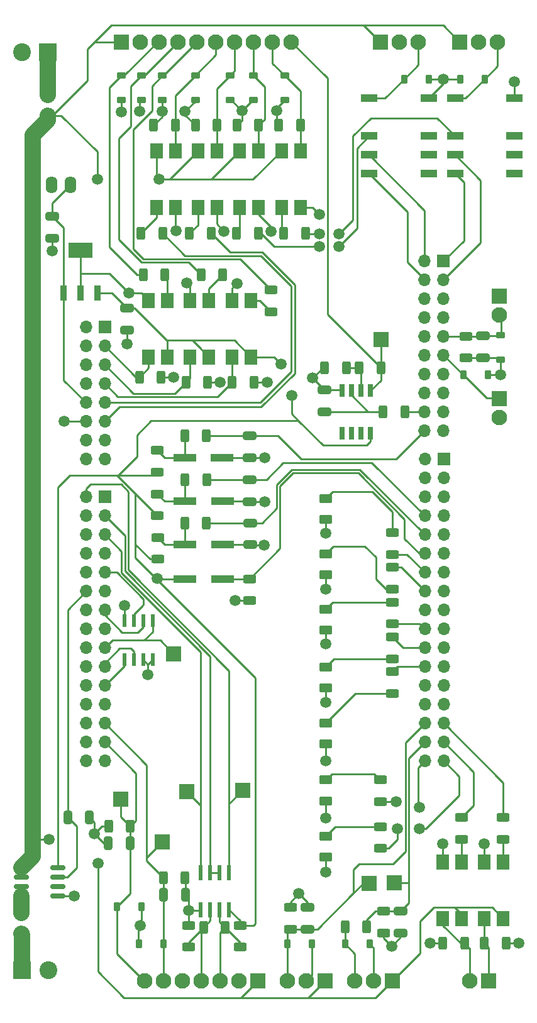
<source format=gbr>
%TF.GenerationSoftware,KiCad,Pcbnew,7.0.1*%
%TF.CreationDate,2023-05-11T12:11:36+02:00*%
%TF.ProjectId,STM32_F439ZI_Shield,53544d33-325f-4463-9433-395a495f5368,rev?*%
%TF.SameCoordinates,Original*%
%TF.FileFunction,Copper,L1,Top*%
%TF.FilePolarity,Positive*%
%FSLAX46Y46*%
G04 Gerber Fmt 4.6, Leading zero omitted, Abs format (unit mm)*
G04 Created by KiCad (PCBNEW 7.0.1) date 2023-05-11 12:11:36*
%MOMM*%
%LPD*%
G01*
G04 APERTURE LIST*
G04 Aperture macros list*
%AMRoundRect*
0 Rectangle with rounded corners*
0 $1 Rounding radius*
0 $2 $3 $4 $5 $6 $7 $8 $9 X,Y pos of 4 corners*
0 Add a 4 corners polygon primitive as box body*
4,1,4,$2,$3,$4,$5,$6,$7,$8,$9,$2,$3,0*
0 Add four circle primitives for the rounded corners*
1,1,$1+$1,$2,$3*
1,1,$1+$1,$4,$5*
1,1,$1+$1,$6,$7*
1,1,$1+$1,$8,$9*
0 Add four rect primitives between the rounded corners*
20,1,$1+$1,$2,$3,$4,$5,0*
20,1,$1+$1,$4,$5,$6,$7,0*
20,1,$1+$1,$6,$7,$8,$9,0*
20,1,$1+$1,$8,$9,$2,$3,0*%
G04 Aperture macros list end*
%TA.AperFunction,SMDPad,CuDef*%
%ADD10RoundRect,0.250000X-0.625000X0.375000X-0.625000X-0.375000X0.625000X-0.375000X0.625000X0.375000X0*%
%TD*%
%TA.AperFunction,SMDPad,CuDef*%
%ADD11RoundRect,0.250000X0.625000X-0.375000X0.625000X0.375000X-0.625000X0.375000X-0.625000X-0.375000X0*%
%TD*%
%TA.AperFunction,SMDPad,CuDef*%
%ADD12R,1.780000X2.000000*%
%TD*%
%TA.AperFunction,SMDPad,CuDef*%
%ADD13RoundRect,0.250000X0.625000X-0.312500X0.625000X0.312500X-0.625000X0.312500X-0.625000X-0.312500X0*%
%TD*%
%TA.AperFunction,SMDPad,CuDef*%
%ADD14RoundRect,0.250000X-0.625000X0.312500X-0.625000X-0.312500X0.625000X-0.312500X0.625000X0.312500X0*%
%TD*%
%TA.AperFunction,SMDPad,CuDef*%
%ADD15RoundRect,0.225000X-0.375000X0.225000X-0.375000X-0.225000X0.375000X-0.225000X0.375000X0.225000X0*%
%TD*%
%TA.AperFunction,ComponentPad*%
%ADD16R,2.000000X2.000000*%
%TD*%
%TA.AperFunction,ComponentPad*%
%ADD17R,2.100000X2.100000*%
%TD*%
%TA.AperFunction,ComponentPad*%
%ADD18C,2.100000*%
%TD*%
%TA.AperFunction,SMDPad,CuDef*%
%ADD19R,0.950000X2.150000*%
%TD*%
%TA.AperFunction,SMDPad,CuDef*%
%ADD20R,3.250000X2.150000*%
%TD*%
%TA.AperFunction,SMDPad,CuDef*%
%ADD21RoundRect,0.250000X-0.650000X0.325000X-0.650000X-0.325000X0.650000X-0.325000X0.650000X0.325000X0*%
%TD*%
%TA.AperFunction,SMDPad,CuDef*%
%ADD22RoundRect,0.250000X-0.312500X-0.625000X0.312500X-0.625000X0.312500X0.625000X-0.312500X0.625000X0*%
%TD*%
%TA.AperFunction,SMDPad,CuDef*%
%ADD23R,3.150000X1.000000*%
%TD*%
%TA.AperFunction,SMDPad,CuDef*%
%ADD24RoundRect,0.225000X0.225000X0.375000X-0.225000X0.375000X-0.225000X-0.375000X0.225000X-0.375000X0*%
%TD*%
%TA.AperFunction,SMDPad,CuDef*%
%ADD25RoundRect,0.225000X-0.225000X-0.375000X0.225000X-0.375000X0.225000X0.375000X-0.225000X0.375000X0*%
%TD*%
%TA.AperFunction,SMDPad,CuDef*%
%ADD26RoundRect,0.250000X0.312500X0.625000X-0.312500X0.625000X-0.312500X-0.625000X0.312500X-0.625000X0*%
%TD*%
%TA.AperFunction,SMDPad,CuDef*%
%ADD27RoundRect,0.150000X-0.825000X-0.150000X0.825000X-0.150000X0.825000X0.150000X-0.825000X0.150000X0*%
%TD*%
%TA.AperFunction,SMDPad,CuDef*%
%ADD28R,2.200000X1.000000*%
%TD*%
%TA.AperFunction,ComponentPad*%
%ADD29R,2.400000X2.400000*%
%TD*%
%TA.AperFunction,ComponentPad*%
%ADD30C,2.400000*%
%TD*%
%TA.AperFunction,ComponentPad*%
%ADD31R,1.600000X2.300000*%
%TD*%
%TA.AperFunction,ComponentPad*%
%ADD32O,1.600000X2.300000*%
%TD*%
%TA.AperFunction,SMDPad,CuDef*%
%ADD33RoundRect,0.250000X0.650000X-0.325000X0.650000X0.325000X-0.650000X0.325000X-0.650000X-0.325000X0*%
%TD*%
%TA.AperFunction,SMDPad,CuDef*%
%ADD34RoundRect,0.250000X-0.325000X-0.650000X0.325000X-0.650000X0.325000X0.650000X-0.325000X0.650000X0*%
%TD*%
%TA.AperFunction,SMDPad,CuDef*%
%ADD35RoundRect,0.041300X0.253700X-0.778700X0.253700X0.778700X-0.253700X0.778700X-0.253700X-0.778700X0*%
%TD*%
%TA.AperFunction,SMDPad,CuDef*%
%ADD36RoundRect,0.041300X-0.253700X0.943700X-0.253700X-0.943700X0.253700X-0.943700X0.253700X0.943700X0*%
%TD*%
%TA.AperFunction,SMDPad,CuDef*%
%ADD37RoundRect,0.250000X0.325000X0.650000X-0.325000X0.650000X-0.325000X-0.650000X0.325000X-0.650000X0*%
%TD*%
%TA.AperFunction,SMDPad,CuDef*%
%ADD38R,0.635000X1.778000*%
%TD*%
%TA.AperFunction,ComponentPad*%
%ADD39R,1.700000X1.700000*%
%TD*%
%TA.AperFunction,ComponentPad*%
%ADD40O,1.700000X1.700000*%
%TD*%
%TA.AperFunction,ViaPad*%
%ADD41C,1.500000*%
%TD*%
%TA.AperFunction,Conductor*%
%ADD42C,0.250000*%
%TD*%
%TA.AperFunction,Conductor*%
%ADD43C,2.200000*%
%TD*%
G04 APERTURE END LIST*
D10*
%TO.P,F1,1*%
%TO.N,Net-(Spannungsversorgung_1-Pin_1)*%
X109690000Y-34680000D03*
%TO.P,F1,2*%
%TO.N,+24V*%
X109690000Y-37480000D03*
%TD*%
D11*
%TO.P,F2,1*%
%TO.N,Net-(Motor_Spannungsversorgung1-Pin_1)*%
X106130000Y-147610000D03*
%TO.P,F2,2*%
%TO.N,Net-(F2-Pad2)*%
X106130000Y-144810000D03*
%TD*%
D12*
%TO.P,U5,1*%
%TO.N,Net-(R15-Pad2)*%
X129950000Y-49820000D03*
%TO.P,U5,2*%
%TO.N,GND*%
X132490000Y-49820000D03*
%TO.P,U5,3*%
%TO.N,/Motor/IN2_OUT*%
X132490000Y-42200000D03*
%TO.P,U5,4*%
%TO.N,+24V*%
X129950000Y-42200000D03*
%TD*%
D13*
%TO.P,R8,1*%
%TO.N,/Sensoren_Eing\u00E4nge/RS485_RX_TX_POS_1*%
X128660000Y-149422500D03*
%TO.P,R8,2*%
%TO.N,GND*%
X128660000Y-146497500D03*
%TD*%
D14*
%TO.P,R42,1*%
%TO.N,/STM32F439ZI/Kraftmessung_MCU*%
X154880000Y-144607500D03*
%TO.P,R42,2*%
%TO.N,GND*%
X154880000Y-147532500D03*
%TD*%
D13*
%TO.P,R40,1*%
%TO.N,/Buttons_LEDS/MCU_LED_PWR*%
X156100000Y-96582500D03*
%TO.P,R40,2*%
%TO.N,Net-(D10-A)*%
X156100000Y-93657500D03*
%TD*%
D15*
%TO.P,D5,1,K*%
%TO.N,/Motor/OUT2_IN*%
X122300000Y-32070000D03*
%TO.P,D5,2,A*%
%TO.N,GND*%
X122300000Y-35370000D03*
%TD*%
D12*
%TO.P,U9,1*%
%TO.N,Net-(R23-Pad2)*%
X137070000Y-62360000D03*
%TO.P,U9,2*%
%TO.N,GND*%
X134530000Y-62360000D03*
%TO.P,U9,3*%
%TO.N,/Optokoppler/OUT3_MCU*%
X134530000Y-69980000D03*
%TO.P,U9,4*%
%TO.N,+3.3V*%
X137070000Y-69980000D03*
%TD*%
D11*
%TO.P,D14,1,K*%
%TO.N,GND*%
X147100000Y-137310000D03*
%TO.P,D14,2,A*%
%TO.N,Net-(D14-A)*%
X147100000Y-134510000D03*
%TD*%
D16*
%TO.P,TP10,1,1*%
%TO.N,/Tx*%
X128405000Y-128495000D03*
%TD*%
D17*
%TO.P,Endschalter_Hinten1,1,Pin_1*%
%TO.N,+24V*%
X154520000Y-27550000D03*
D18*
%TO.P,Endschalter_Hinten1,2,Pin_2*%
%TO.N,GND*%
X157060000Y-27550000D03*
%TO.P,Endschalter_Hinten1,3,Pin_3*%
%TO.N,/Endschalter/Endschalter_Hinten*%
X159600000Y-27550000D03*
%TD*%
D17*
%TO.P,J3,1,Pin_1*%
%TO.N,/Optokoppler/Ext_Relais1_OUT*%
X169060000Y-153980000D03*
D18*
%TO.P,J3,2,Pin_2*%
%TO.N,/Optokoppler/Ext_Relais2_OUT*%
X166520000Y-153980000D03*
%TD*%
D19*
%TO.P,VR1,1,IN*%
%TO.N,+5V*%
X111830000Y-61400000D03*
%TO.P,VR1,2,GND_2*%
%TO.N,GND*%
X114130000Y-61400000D03*
%TO.P,VR1,3,OUT*%
%TO.N,+3.3V*%
X116430000Y-61400000D03*
D20*
%TO.P,VR1,4,GND_4*%
%TO.N,GND*%
X114130000Y-55600000D03*
%TD*%
D21*
%TO.P,C9,1*%
%TO.N,/Buttons_LEDS/MCU_Kalibrierung*%
X136925000Y-92315000D03*
%TO.P,C9,2*%
%TO.N,GND*%
X136925000Y-95265000D03*
%TD*%
D22*
%TO.P,R21,1*%
%TO.N,/Motor/OUT2_IN*%
X130320000Y-58930000D03*
%TO.P,R21,2*%
%TO.N,Net-(R21-Pad2)*%
X133245000Y-58930000D03*
%TD*%
D12*
%TO.P,U10,1*%
%TO.N,Net-(R33-Pad2)*%
X171020000Y-137950000D03*
%TO.P,U10,2*%
%TO.N,GND*%
X168480000Y-137950000D03*
%TO.P,U10,3*%
%TO.N,/Optokoppler/Ext_Relais1_OUT*%
X168480000Y-145570000D03*
%TO.P,U10,4*%
%TO.N,+24V*%
X171020000Y-145570000D03*
%TD*%
D13*
%TO.P,R27,1*%
%TO.N,/Buttons_LEDS/MCU_LED_Rollen*%
X154520000Y-129855000D03*
%TO.P,R27,2*%
%TO.N,Net-(D15-A)*%
X154520000Y-126930000D03*
%TD*%
D22*
%TO.P,R32,1*%
%TO.N,Net-(J7-Pin_1)*%
X128167500Y-86470000D03*
%TO.P,R32,2*%
%TO.N,/Buttons_LEDS/MCU_Zurueckfahren*%
X131092500Y-86470000D03*
%TD*%
D23*
%TO.P,J6,1,Pin_1*%
%TO.N,Net-(J6-Pin_1)*%
X128155000Y-95260000D03*
%TO.P,J6,2,Pin_2*%
%TO.N,GND*%
X133205000Y-95260000D03*
%TD*%
D24*
%TO.P,D21,1,K*%
%TO.N,/STM32F439ZI/Windrichtung_MCU*%
X125240000Y-149010000D03*
%TO.P,D21,2,A*%
%TO.N,GND*%
X121940000Y-149010000D03*
%TD*%
D14*
%TO.P,R37,1*%
%TO.N,/Buttons_LEDS/MCU_LED_Stoerung*%
X156100000Y-107677500D03*
%TO.P,R37,2*%
%TO.N,Net-(D13-A)*%
X156100000Y-110602500D03*
%TD*%
D17*
%TO.P,Kraftmessung1,1,Pin_1*%
%TO.N,+24V*%
X156110000Y-153980000D03*
D18*
%TO.P,Kraftmessung1,2,Pin_2*%
%TO.N,GND*%
X153570000Y-153980000D03*
%TO.P,Kraftmessung1,3,Pin_3*%
%TO.N,Net-(D19-K)*%
X151030000Y-153980000D03*
%TD*%
D15*
%TO.P,D6,1,K*%
%TO.N,/Motor/OUT1_IN*%
X119580000Y-32080000D03*
%TO.P,D6,2,A*%
%TO.N,GND*%
X119580000Y-35380000D03*
%TD*%
D25*
%TO.P,D22,1,K*%
%TO.N,/STM32F439ZI/Opt_Analog_IN*%
X165670000Y-72390000D03*
%TO.P,D22,2,A*%
%TO.N,GND*%
X168970000Y-72390000D03*
%TD*%
D16*
%TO.P,TP2,1,1*%
%TO.N,/STM32F439ZI/MISO*%
X126660000Y-109970000D03*
%TD*%
D26*
%TO.P,R13,1*%
%TO.N,/Optokoppler/IN3_MCU_IN*%
X125172500Y-53340000D03*
%TO.P,R13,2*%
%TO.N,Net-(R13-Pad2)*%
X122247500Y-53340000D03*
%TD*%
D27*
%TO.P,U15,1,IP+*%
%TO.N,+24V*%
X106115000Y-138775000D03*
%TO.P,U15,2,IP+*%
X106115000Y-140045000D03*
%TO.P,U15,3,IP-*%
%TO.N,Net-(F2-Pad2)*%
X106115000Y-141315000D03*
%TO.P,U15,4,IP-*%
X106115000Y-142585000D03*
%TO.P,U15,5,GND*%
%TO.N,GND*%
X111065000Y-142585000D03*
%TO.P,U15,6,FILTER*%
%TO.N,unconnected-(U15-FILTER-Pad6)*%
X111065000Y-141315000D03*
%TO.P,U15,7,VIOUT*%
%TO.N,/Motor/Stromsensor_MCU*%
X111065000Y-140045000D03*
%TO.P,U15,8,VCC*%
%TO.N,+3.3V*%
X111065000Y-138775000D03*
%TD*%
D11*
%TO.P,D12,1,K*%
%TO.N,GND*%
X147100000Y-106780000D03*
%TO.P,D12,2,A*%
%TO.N,Net-(D12-A)*%
X147100000Y-103980000D03*
%TD*%
D16*
%TO.P,TP6,1,1*%
%TO.N,/STM32F439ZI/Abstandsmessung_MCU*%
X153010000Y-140820000D03*
%TD*%
D26*
%TO.P,R12,1*%
%TO.N,/Motor/IN0_OUT*%
X143702500Y-38780000D03*
%TO.P,R12,2*%
%TO.N,GND*%
X140777500Y-38780000D03*
%TD*%
D22*
%TO.P,R20,1*%
%TO.N,/Optokoppler/OUT1_MCU*%
X122025000Y-72700000D03*
%TO.P,R20,2*%
%TO.N,GND*%
X124950000Y-72700000D03*
%TD*%
D13*
%TO.P,R2,1*%
%TO.N,GND*%
X136885000Y-102765000D03*
%TO.P,R2,2*%
%TO.N,/Buttons_LEDS/MCU_Switch*%
X136885000Y-99840000D03*
%TD*%
D26*
%TO.P,R11,1*%
%TO.N,/Optokoppler/IN0_MCU_IN*%
X144392500Y-53340000D03*
%TO.P,R11,2*%
%TO.N,Net-(R11-Pad2)*%
X141467500Y-53340000D03*
%TD*%
D17*
%TO.P,Anenometer1,1,Pin_1*%
%TO.N,+24V*%
X137940000Y-153990000D03*
D18*
%TO.P,Anenometer1,2,Pin_2*%
%TO.N,GND*%
X135400000Y-153990000D03*
%TO.P,Anenometer1,3,Pin_3*%
%TO.N,/Sensoren_Eing\u00E4nge/RS485_RX_TX_NEG_1*%
X132860000Y-153990000D03*
%TO.P,Anenometer1,4,Pin_4*%
%TO.N,/Sensoren_Eing\u00E4nge/RS485_RX_TX_POS_1*%
X130320000Y-153990000D03*
%TO.P,Anenometer1,5,Pin_5*%
%TO.N,GND*%
X127780000Y-153990000D03*
%TO.P,Anenometer1,6,Pin_6*%
%TO.N,/STM32F439ZI/Windrichtung_MCU*%
X125240000Y-153990000D03*
%TO.P,Anenometer1,7,Pin_7*%
%TO.N,/STM32F439ZI/Windgeschwindigkeit_MCU*%
X122700000Y-153990000D03*
%TD*%
D16*
%TO.P,TP5,1,1*%
%TO.N,/STM32F439ZI/Kraftmessung_MCU*%
X156340000Y-140810000D03*
%TD*%
D22*
%TO.P,R10,1*%
%TO.N,Net-(U1A-+)*%
X154837500Y-77340000D03*
%TO.P,R10,2*%
%TO.N,/STM32F439ZI/Drehzahl_Analog_OUT*%
X157762500Y-77340000D03*
%TD*%
D26*
%TO.P,R18,1*%
%TO.N,/Motor/IN2_OUT*%
X132490000Y-38790000D03*
%TO.P,R18,2*%
%TO.N,GND*%
X129565000Y-38790000D03*
%TD*%
D15*
%TO.P,D3,1,K*%
%TO.N,/Motor/IN3_OUT*%
X129570000Y-32082500D03*
%TO.P,D3,2,A*%
%TO.N,GND*%
X129570000Y-35382500D03*
%TD*%
D23*
%TO.P,J1,1,Pin_1*%
%TO.N,+3.3V*%
X128160000Y-99840000D03*
%TO.P,J1,2,Pin_2*%
%TO.N,/Buttons_LEDS/MCU_Switch*%
X133210000Y-99840000D03*
%TD*%
D17*
%TO.P,J5,1,Pin_1*%
%TO.N,/STM32F439ZI/Opt_Analog_IN*%
X170477500Y-75590000D03*
D18*
%TO.P,J5,2,Pin_2*%
%TO.N,GND*%
X170477500Y-78130000D03*
%TD*%
D26*
%TO.P,R16,1*%
%TO.N,/Motor/IN3_OUT*%
X126890000Y-38790000D03*
%TO.P,R16,2*%
%TO.N,GND*%
X123965000Y-38790000D03*
%TD*%
D12*
%TO.P,U6,1*%
%TO.N,Net-(R13-Pad2)*%
X124350000Y-49820000D03*
%TO.P,U6,2*%
%TO.N,GND*%
X126890000Y-49820000D03*
%TO.P,U6,3*%
%TO.N,/Motor/IN3_OUT*%
X126890000Y-42200000D03*
%TO.P,U6,4*%
%TO.N,+24V*%
X124350000Y-42200000D03*
%TD*%
D15*
%TO.P,D17,2,A*%
%TO.N,GND*%
X170630000Y-70370000D03*
%TO.P,D17,1,K*%
%TO.N,/STM32F439ZI/Opt_Temperaturmessung*%
X170630000Y-67070000D03*
%TD*%
D17*
%TO.P,J4,1,Pin_1*%
%TO.N,GND*%
X170470000Y-61780000D03*
D18*
%TO.P,J4,2,Pin_2*%
%TO.N,/STM32F439ZI/Opt_Temperaturmessung*%
X170470000Y-64320000D03*
%TD*%
D15*
%TO.P,D8,1,K*%
%TO.N,/Motor/IN1_OUT*%
X137430000Y-32080000D03*
%TO.P,D8,2,A*%
%TO.N,GND*%
X137430000Y-35380000D03*
%TD*%
D28*
%TO.P,K2,1*%
%TO.N,/Endschalter/Endschalter_Vorne*%
X164550000Y-35140000D03*
%TO.P,K2,3*%
%TO.N,/Optokoppler/IN0_MCU_IN*%
X164550000Y-40220000D03*
%TO.P,K2,4*%
%TO.N,/STM32F439ZI/IN0_MCU*%
X164550000Y-42760000D03*
%TO.P,K2,5*%
%TO.N,/STM32F439ZI/Endschalter_Vorne_MCU*%
X164550000Y-45300000D03*
%TO.P,K2,8*%
%TO.N,unconnected-(K2-Pad8)*%
X172550000Y-45300000D03*
%TO.P,K2,9*%
%TO.N,unconnected-(K2-Pad9)*%
X172550000Y-42760000D03*
%TO.P,K2,10*%
%TO.N,unconnected-(K2-Pad10)*%
X172550000Y-40220000D03*
%TO.P,K2,12*%
%TO.N,GND*%
X172550000Y-35140000D03*
%TD*%
D25*
%TO.P,D18,1,K*%
%TO.N,/STM32F439ZI/Abstandsmessung_MCU*%
X141950000Y-149030000D03*
%TO.P,D18,2,A*%
%TO.N,GND*%
X145250000Y-149030000D03*
%TD*%
D23*
%TO.P,J7,1,Pin_1*%
%TO.N,Net-(J7-Pin_1)*%
X128150000Y-89410000D03*
%TO.P,J7,2,Pin_2*%
%TO.N,GND*%
X133200000Y-89410000D03*
%TD*%
D21*
%TO.P,C7,1*%
%TO.N,/Buttons_LEDS/MCU_Vorfahren*%
X136900000Y-80585000D03*
%TO.P,C7,2*%
%TO.N,GND*%
X136900000Y-83535000D03*
%TD*%
D14*
%TO.P,R33,1*%
%TO.N,/Optokoppler/Ext_Relais1_MCU*%
X171020000Y-131967500D03*
%TO.P,R33,2*%
%TO.N,Net-(R33-Pad2)*%
X171020000Y-134892500D03*
%TD*%
D12*
%TO.P,U4,1*%
%TO.N,Net-(R17-Pad2)*%
X135550000Y-49820000D03*
%TO.P,U4,2*%
%TO.N,GND*%
X138090000Y-49820000D03*
%TO.P,U4,3*%
%TO.N,/Motor/IN1_OUT*%
X138090000Y-42200000D03*
%TO.P,U4,4*%
%TO.N,+24V*%
X135550000Y-42200000D03*
%TD*%
D15*
%TO.P,D4,1,K*%
%TO.N,/Motor/OUT3_IN*%
X125140000Y-32080000D03*
%TO.P,D4,2,A*%
%TO.N,GND*%
X125140000Y-35380000D03*
%TD*%
D29*
%TO.P,Spannungsversorgung_1,1,Pin_1*%
%TO.N,Net-(Spannungsversorgung_1-Pin_1)*%
X109690000Y-28960000D03*
D30*
%TO.P,Spannungsversorgung_1,2,Pin_2*%
%TO.N,GND*%
X106190000Y-28960000D03*
%TD*%
D22*
%TO.P,R22,1*%
%TO.N,/Optokoppler/OUT2_MCU*%
X128307500Y-73370000D03*
%TO.P,R22,2*%
%TO.N,GND*%
X131232500Y-73370000D03*
%TD*%
D31*
%TO.P,U13,1,IN*%
%TO.N,+24V*%
X107673000Y-46830000D03*
D32*
%TO.P,U13,2,GND*%
%TO.N,GND*%
X110213000Y-46830000D03*
%TO.P,U13,3,OUT*%
%TO.N,+5V*%
X112753000Y-46830000D03*
%TD*%
D14*
%TO.P,R39,1*%
%TO.N,/Buttons_LEDS/MCU_LED_Betrieb*%
X156100000Y-98315000D03*
%TO.P,R39,2*%
%TO.N,Net-(D11-A)*%
X156100000Y-101240000D03*
%TD*%
D16*
%TO.P,TP1,1,1*%
%TO.N,/Motor/Drehzahl_Analog_OUT*%
X154550000Y-67620000D03*
%TD*%
D21*
%TO.P,C12,1*%
%TO.N,+5V*%
X110330000Y-51070000D03*
%TO.P,C12,2*%
%TO.N,GND*%
X110330000Y-54020000D03*
%TD*%
D26*
%TO.P,R4,1*%
%TO.N,/STM32F439ZI/Windgeschwindigkeit_MCU*%
X120802500Y-133120000D03*
%TO.P,R4,2*%
%TO.N,GND*%
X117877500Y-133120000D03*
%TD*%
D15*
%TO.P,D7,1,K*%
%TO.N,/Motor/IN0_OUT*%
X141620000Y-32082500D03*
%TO.P,D7,2,A*%
%TO.N,GND*%
X141620000Y-35382500D03*
%TD*%
D21*
%TO.P,C11,1*%
%TO.N,+3.3V*%
X120350000Y-63395000D03*
%TO.P,C11,2*%
%TO.N,GND*%
X120350000Y-66345000D03*
%TD*%
D17*
%TO.P,Endschalter_Vorne1,1,Pin_1*%
%TO.N,+24V*%
X165200000Y-27540000D03*
D18*
%TO.P,Endschalter_Vorne1,2,Pin_2*%
%TO.N,GND*%
X167740000Y-27540000D03*
%TO.P,Endschalter_Vorne1,3,Pin_3*%
%TO.N,/Endschalter/Endschalter_Vorne*%
X170280000Y-27540000D03*
%TD*%
D33*
%TO.P,C1,1*%
%TO.N,Net-(U1A-+)*%
X146980000Y-77345000D03*
%TO.P,C1,2*%
%TO.N,GND*%
X146980000Y-74395000D03*
%TD*%
D21*
%TO.P,C8,1*%
%TO.N,/Buttons_LEDS/MCU_Zurueckfahren*%
X136910000Y-86480000D03*
%TO.P,C8,2*%
%TO.N,GND*%
X136910000Y-89430000D03*
%TD*%
D11*
%TO.P,D11,1,K*%
%TO.N,GND*%
X147100000Y-99290000D03*
%TO.P,D11,2,A*%
%TO.N,Net-(D11-A)*%
X147100000Y-96490000D03*
%TD*%
D12*
%TO.P,U7,1*%
%TO.N,Net-(R19-Pad2)*%
X125790000Y-62340000D03*
%TO.P,U7,2*%
%TO.N,GND*%
X123250000Y-62340000D03*
%TO.P,U7,3*%
%TO.N,/Optokoppler/OUT1_MCU*%
X123250000Y-69960000D03*
%TO.P,U7,4*%
%TO.N,+3.3V*%
X125790000Y-69960000D03*
%TD*%
D22*
%TO.P,R5,1*%
%TO.N,/STM32F439ZI/Windrichtung_MCU*%
X125270000Y-140070000D03*
%TO.P,R5,2*%
%TO.N,GND*%
X128195000Y-140070000D03*
%TD*%
D34*
%TO.P,C6,1*%
%TO.N,/Motor/Stromsensor_MCU*%
X112375000Y-131970000D03*
%TO.P,C6,2*%
%TO.N,GND*%
X115325000Y-131970000D03*
%TD*%
D15*
%TO.P,D9,1,K*%
%TO.N,/Motor/IN2_OUT*%
X134230000Y-32072500D03*
%TO.P,D9,2,A*%
%TO.N,GND*%
X134230000Y-35372500D03*
%TD*%
D26*
%TO.P,R36,1*%
%TO.N,/Optokoppler/Ext_Relais2_OUT*%
X165805000Y-148935000D03*
%TO.P,R36,2*%
%TO.N,GND*%
X162880000Y-148935000D03*
%TD*%
D13*
%TO.P,R1,1*%
%TO.N,/STM32F439ZI/Abstandsmessung_MCU*%
X142360000Y-147022500D03*
%TO.P,R1,2*%
%TO.N,GND*%
X142360000Y-144097500D03*
%TD*%
D11*
%TO.P,D15,1,K*%
%TO.N,GND*%
X147100000Y-129730000D03*
%TO.P,D15,2,A*%
%TO.N,Net-(D15-A)*%
X147100000Y-126930000D03*
%TD*%
D17*
%TO.P,Motor_Logik1,1,Pin_1*%
%TO.N,+24V*%
X119650000Y-27540000D03*
D18*
%TO.P,Motor_Logik1,2,Pin_2*%
%TO.N,GND*%
X122190000Y-27540000D03*
%TO.P,Motor_Logik1,3,Pin_3*%
%TO.N,/Motor/OUT1_IN*%
X124730000Y-27540000D03*
%TO.P,Motor_Logik1,4,Pin_4*%
%TO.N,/Motor/OUT2_IN*%
X127270000Y-27540000D03*
%TO.P,Motor_Logik1,5,Pin_5*%
%TO.N,/Motor/OUT3_IN*%
X129810000Y-27540000D03*
%TO.P,Motor_Logik1,6,Pin_6*%
%TO.N,/Motor/IN3_OUT*%
X132350000Y-27540000D03*
%TO.P,Motor_Logik1,7,Pin_7*%
%TO.N,/Motor/IN2_OUT*%
X134890000Y-27540000D03*
%TO.P,Motor_Logik1,8,Pin_8*%
%TO.N,/Motor/IN1_OUT*%
X137430000Y-27540000D03*
%TO.P,Motor_Logik1,9,Pin_9*%
%TO.N,/Motor/IN0_OUT*%
X139970000Y-27540000D03*
%TO.P,Motor_Logik1,10,Pin_10*%
%TO.N,/Motor/Drehzahl_Analog_OUT*%
X142510000Y-27540000D03*
%TD*%
D13*
%TO.P,R29,1*%
%TO.N,+3.3V*%
X124460000Y-85472500D03*
%TO.P,R29,2*%
%TO.N,Net-(J8-Pin_1)*%
X124460000Y-82547500D03*
%TD*%
D22*
%TO.P,R25,1*%
%TO.N,Net-(J6-Pin_1)*%
X128155000Y-92340000D03*
%TO.P,R25,2*%
%TO.N,/Buttons_LEDS/MCU_Kalibrierung*%
X131080000Y-92340000D03*
%TD*%
%TO.P,R24,1*%
%TO.N,/Optokoppler/OUT3_MCU*%
X134517500Y-73360000D03*
%TO.P,R24,2*%
%TO.N,GND*%
X137442500Y-73360000D03*
%TD*%
D14*
%TO.P,R7,1*%
%TO.N,+3.3V*%
X135590000Y-146497500D03*
%TO.P,R7,2*%
%TO.N,/Sensoren_Eing\u00E4nge/RS485_RX_TX_NEG_1*%
X135590000Y-149422500D03*
%TD*%
D16*
%TO.P,TP7,1,1*%
%TO.N,/STM32F439ZI/Windgeschwindigkeit_MCU*%
X119550000Y-129510000D03*
%TD*%
D35*
%TO.P,U12,1,~{CS}*%
%TO.N,/STM32F439ZI/CS*%
X120025000Y-110725000D03*
%TO.P,U12,2,SO*%
%TO.N,/STM32F439ZI/MOSI*%
X121295000Y-110725000D03*
%TO.P,U12,3,~{WP}*%
%TO.N,GND*%
X122565000Y-110725000D03*
%TO.P,U12,4,GND*%
X123835000Y-110725000D03*
%TO.P,U12,5,SI*%
%TO.N,/STM32F439ZI/MISO*%
X123835000Y-105455000D03*
%TO.P,U12,6,SCK*%
%TO.N,/STM32F439ZI/SCK*%
X122565000Y-105455000D03*
%TO.P,U12,7,~{HOLD}*%
%TO.N,/STM32F439ZI/HOLD*%
X121295000Y-105455000D03*
%TO.P,U12,8,VDD*%
%TO.N,+3.3V*%
X120025000Y-105455000D03*
%TD*%
D16*
%TO.P,TP9,1,1*%
%TO.N,/Rx*%
X135930000Y-128340000D03*
%TD*%
D26*
%TO.P,R6,1*%
%TO.N,/Sensoren_Eing\u00E4nge/RS485_RX_TX_NEG_1*%
X133592500Y-146790000D03*
%TO.P,R6,2*%
%TO.N,/Sensoren_Eing\u00E4nge/RS485_RX_TX_POS_1*%
X130667500Y-146790000D03*
%TD*%
D11*
%TO.P,D16,1,K*%
%TO.N,GND*%
X147110000Y-122050000D03*
%TO.P,D16,2,A*%
%TO.N,Net-(D16-A)*%
X147110000Y-119250000D03*
%TD*%
D14*
%TO.P,R35,1*%
%TO.N,/Optokoppler/Ext_Relais2_MCU*%
X165420000Y-131967500D03*
%TO.P,R35,2*%
%TO.N,Net-(R35-Pad2)*%
X165420000Y-134892500D03*
%TD*%
D13*
%TO.P,R26,1*%
%TO.N,/Buttons_LEDS/MCU_LED_Trimmen*%
X154460000Y-136130000D03*
%TO.P,R26,2*%
%TO.N,Net-(D14-A)*%
X154460000Y-133205000D03*
%TD*%
D26*
%TO.P,R44,1*%
%TO.N,/Motor/Drehzahl_Analog_OUT*%
X154552500Y-71430000D03*
%TO.P,R44,2*%
%TO.N,Net-(U1A--)*%
X151627500Y-71430000D03*
%TD*%
D22*
%TO.P,R19,1*%
%TO.N,/Motor/OUT1_IN*%
X122537500Y-58910000D03*
%TO.P,R19,2*%
%TO.N,Net-(R19-Pad2)*%
X125462500Y-58910000D03*
%TD*%
D12*
%TO.P,U11,4*%
%TO.N,+24V*%
X165420000Y-145570000D03*
%TO.P,U11,3*%
%TO.N,/Optokoppler/Ext_Relais2_OUT*%
X162880000Y-145570000D03*
%TO.P,U11,2*%
%TO.N,GND*%
X162880000Y-137950000D03*
%TO.P,U11,1*%
%TO.N,Net-(R35-Pad2)*%
X165420000Y-137950000D03*
%TD*%
D26*
%TO.P,R41,1*%
%TO.N,/STM32F439ZI/Kraftmessung_MCU*%
X152652500Y-146700000D03*
%TO.P,R41,2*%
%TO.N,Net-(D19-K)*%
X149727500Y-146700000D03*
%TD*%
%TO.P,R15,1*%
%TO.N,/Optokoppler/IN2_MCU_IN*%
X131712500Y-53340000D03*
%TO.P,R15,2*%
%TO.N,Net-(R15-Pad2)*%
X128787500Y-53340000D03*
%TD*%
D29*
%TO.P,Motor_Spannungsversorgung1,1,Pin_1*%
%TO.N,Net-(Motor_Spannungsversorgung1-Pin_1)*%
X106260000Y-152540000D03*
D30*
%TO.P,Motor_Spannungsversorgung1,2,Pin_2*%
%TO.N,GND*%
X109760000Y-152540000D03*
%TD*%
D22*
%TO.P,R34,1*%
%TO.N,/Optokoppler/Ext_Relais1_OUT*%
X168477500Y-148935000D03*
%TO.P,R34,2*%
%TO.N,GND*%
X171402500Y-148935000D03*
%TD*%
D14*
%TO.P,R23,1*%
%TO.N,/Motor/OUT3_IN*%
X139780000Y-60937500D03*
%TO.P,R23,2*%
%TO.N,Net-(R23-Pad2)*%
X139780000Y-63862500D03*
%TD*%
D13*
%TO.P,R3,1*%
%TO.N,+3.3V*%
X124480000Y-97202500D03*
%TO.P,R3,2*%
%TO.N,Net-(J6-Pin_1)*%
X124480000Y-94277500D03*
%TD*%
D11*
%TO.P,D13,1,K*%
%TO.N,GND*%
X147120000Y-114550000D03*
%TO.P,D13,2,A*%
%TO.N,Net-(D13-A)*%
X147120000Y-111750000D03*
%TD*%
D23*
%TO.P,J8,1,Pin_1*%
%TO.N,Net-(J8-Pin_1)*%
X128140000Y-83530000D03*
%TO.P,J8,2,Pin_2*%
%TO.N,GND*%
X133190000Y-83530000D03*
%TD*%
D17*
%TO.P,Abstandssensor1,1,Pin_1*%
%TO.N,+24V*%
X147030000Y-153990000D03*
D18*
%TO.P,Abstandssensor1,2,Pin_2*%
%TO.N,GND*%
X144490000Y-153990000D03*
%TO.P,Abstandssensor1,3,Pin_3*%
%TO.N,/STM32F439ZI/Abstandsmessung_MCU*%
X141950000Y-153990000D03*
%TD*%
D21*
%TO.P,C2,1*%
%TO.N,/STM32F439ZI/Kraftmessung_MCU*%
X157220000Y-144615000D03*
%TO.P,C2,2*%
%TO.N,GND*%
X157220000Y-147565000D03*
%TD*%
D25*
%TO.P,D19,1,K*%
%TO.N,Net-(D19-K)*%
X149722500Y-149020000D03*
%TO.P,D19,2,A*%
%TO.N,GND*%
X153022500Y-149020000D03*
%TD*%
D24*
%TO.P,D1,1,K*%
%TO.N,/Endschalter/Endschalter_Vorne*%
X168527500Y-32550000D03*
%TO.P,D1,2,A*%
%TO.N,GND*%
X165227500Y-32550000D03*
%TD*%
D22*
%TO.P,R30,1*%
%TO.N,Net-(J8-Pin_1)*%
X128150000Y-80590000D03*
%TO.P,R30,2*%
%TO.N,/Buttons_LEDS/MCU_Vorfahren*%
X131075000Y-80590000D03*
%TD*%
D11*
%TO.P,D10,1,K*%
%TO.N,GND*%
X147110000Y-91840000D03*
%TO.P,D10,2,A*%
%TO.N,Net-(D10-A)*%
X147110000Y-89040000D03*
%TD*%
D12*
%TO.P,U3,4*%
%TO.N,+24V*%
X141160000Y-42190000D03*
%TO.P,U3,3*%
%TO.N,/Motor/IN0_OUT*%
X143700000Y-42190000D03*
%TO.P,U3,2*%
%TO.N,GND*%
X143700000Y-49810000D03*
%TO.P,U3,1*%
%TO.N,Net-(R11-Pad2)*%
X141160000Y-49810000D03*
%TD*%
D25*
%TO.P,D20,1,K*%
%TO.N,/STM32F439ZI/Windgeschwindigkeit_MCU*%
X119030000Y-144010000D03*
%TO.P,D20,2,A*%
%TO.N,GND*%
X122330000Y-144010000D03*
%TD*%
D14*
%TO.P,R28,1*%
%TO.N,/Buttons_LEDS/MCU_LED_Kalibrierung*%
X156100000Y-112367500D03*
%TO.P,R28,2*%
%TO.N,Net-(D16-A)*%
X156100000Y-115292500D03*
%TD*%
D25*
%TO.P,D2,1,K*%
%TO.N,/Endschalter/Endschalter_Hinten*%
X157672500Y-32550000D03*
%TO.P,D2,2,A*%
%TO.N,GND*%
X160972500Y-32550000D03*
%TD*%
D26*
%TO.P,R14,1*%
%TO.N,/Motor/IN1_OUT*%
X138092500Y-38790000D03*
%TO.P,R14,2*%
%TO.N,GND*%
X135167500Y-38790000D03*
%TD*%
D34*
%TO.P,C5,1*%
%TO.N,/STM32F439ZI/Windrichtung_MCU*%
X125270000Y-142410000D03*
%TO.P,C5,2*%
%TO.N,GND*%
X128220000Y-142410000D03*
%TD*%
D13*
%TO.P,R38,1*%
%TO.N,/Buttons_LEDS/MCU_LED_Manuell*%
X156100000Y-105910000D03*
%TO.P,R38,2*%
%TO.N,Net-(D12-A)*%
X156100000Y-102985000D03*
%TD*%
D28*
%TO.P,K1,1*%
%TO.N,/Endschalter/Endschalter_Hinten*%
X153000000Y-35150000D03*
%TO.P,K1,3*%
%TO.N,/Optokoppler/IN1_MCU_IN*%
X153000000Y-40230000D03*
%TO.P,K1,4*%
%TO.N,/STM32F439ZI/IN1_MCU*%
X153000000Y-42770000D03*
%TO.P,K1,5*%
%TO.N,/STM32F439ZI/Endschalter_Hinten_MCU*%
X153000000Y-45310000D03*
%TO.P,K1,8*%
%TO.N,unconnected-(K1-Pad8)*%
X161000000Y-45310000D03*
%TO.P,K1,9*%
%TO.N,unconnected-(K1-Pad9)*%
X161000000Y-42770000D03*
%TO.P,K1,10*%
%TO.N,unconnected-(K1-Pad10)*%
X161000000Y-40230000D03*
%TO.P,K1,12*%
%TO.N,GND*%
X161000000Y-35150000D03*
%TD*%
D26*
%TO.P,R17,1*%
%TO.N,/Optokoppler/IN1_MCU_IN*%
X138062500Y-53340000D03*
%TO.P,R17,2*%
%TO.N,Net-(R17-Pad2)*%
X135137500Y-53340000D03*
%TD*%
D36*
%TO.P,U2,1,RO*%
%TO.N,/Rx*%
X134115000Y-139425000D03*
%TO.P,U2,2,~{RE}*%
%TO.N,/Enable*%
X132845000Y-139425000D03*
%TO.P,U2,3,DE*%
X131575000Y-139425000D03*
%TO.P,U2,4,DI*%
%TO.N,/Tx*%
X130305000Y-139425000D03*
%TO.P,U2,5,GND*%
%TO.N,GND*%
X130305000Y-144375000D03*
%TO.P,U2,6,A*%
%TO.N,/Sensoren_Eing\u00E4nge/RS485_RX_TX_POS_1*%
X131575000Y-144375000D03*
%TO.P,U2,7,B*%
%TO.N,/Sensoren_Eing\u00E4nge/RS485_RX_TX_NEG_1*%
X132845000Y-144375000D03*
%TO.P,U2,8,VCC*%
%TO.N,+3.3V*%
X134115000Y-144375000D03*
%TD*%
D37*
%TO.P,C4,1*%
%TO.N,/STM32F439ZI/Windgeschwindigkeit_MCU*%
X120795000Y-135450000D03*
%TO.P,C4,2*%
%TO.N,GND*%
X117845000Y-135450000D03*
%TD*%
D13*
%TO.P,R31,1*%
%TO.N,+3.3V*%
X124470000Y-91352500D03*
%TO.P,R31,2*%
%TO.N,Net-(J7-Pin_1)*%
X124470000Y-88427500D03*
%TD*%
D26*
%TO.P,R9,1*%
%TO.N,Net-(U1A--)*%
X149922500Y-71430000D03*
%TO.P,R9,2*%
%TO.N,GND*%
X146997500Y-71430000D03*
%TD*%
D12*
%TO.P,U8,1*%
%TO.N,Net-(R21-Pad2)*%
X131420000Y-62340000D03*
%TO.P,U8,2*%
%TO.N,GND*%
X128880000Y-62340000D03*
%TO.P,U8,3*%
%TO.N,/Optokoppler/OUT2_MCU*%
X128880000Y-69960000D03*
%TO.P,U8,4*%
%TO.N,+3.3V*%
X131420000Y-69960000D03*
%TD*%
D21*
%TO.P,C10,1*%
%TO.N,/STM32F439ZI/Opt_Temperaturmessung*%
X168280000Y-67155000D03*
%TO.P,C10,2*%
%TO.N,GND*%
X168280000Y-70105000D03*
%TD*%
D38*
%TO.P,U1,8,V+*%
%TO.N,+3.3V*%
X153115000Y-80237500D03*
%TO.P,U1,7*%
%TO.N,N/C*%
X151845000Y-80237500D03*
%TO.P,U1,6*%
X150575000Y-80237500D03*
%TO.P,U1,5*%
X149305000Y-80237500D03*
%TO.P,U1,4,V-*%
%TO.N,GND*%
X149305000Y-74522500D03*
%TO.P,U1,3,+*%
%TO.N,Net-(U1A-+)*%
X150575000Y-74522500D03*
%TO.P,U1,2,-*%
%TO.N,Net-(U1A--)*%
X151845000Y-74522500D03*
%TO.P,U1,1*%
%TO.N,/Motor/Drehzahl_Analog_OUT*%
X153115000Y-74522500D03*
%TD*%
D14*
%TO.P,R43,1*%
%TO.N,/STM32F439ZI/Opt_Temperaturmessung*%
X165970000Y-67177500D03*
%TO.P,R43,2*%
%TO.N,GND*%
X165970000Y-70102500D03*
%TD*%
D16*
%TO.P,TP8,1,1*%
%TO.N,/STM32F439ZI/Windrichtung_MCU*%
X125110000Y-135310000D03*
%TD*%
D33*
%TO.P,C3,1*%
%TO.N,/STM32F439ZI/Abstandsmessung_MCU*%
X144690000Y-147017500D03*
%TO.P,C3,2*%
%TO.N,GND*%
X144690000Y-144067500D03*
%TD*%
D39*
%TO.P,CN7,1,Pin_1*%
%TO.N,/STM32F439ZI/Endschalter_Vorne_MCU*%
X163000000Y-57020000D03*
D40*
%TO.P,CN7,2,Pin_2*%
%TO.N,/STM32F439ZI/IN1_MCU*%
X160460000Y-57020000D03*
%TO.P,CN7,3,Pin_3*%
%TO.N,/STM32F439ZI/IN0_MCU*%
X163000000Y-59560000D03*
%TO.P,CN7,4,Pin_4*%
%TO.N,/STM32F439ZI/Endschalter_Hinten_MCU*%
X160460000Y-59560000D03*
%TO.P,CN7,5,Pin_5*%
%TO.N,unconnected-(CN7-Pin_5-Pad5)*%
X163000000Y-62100000D03*
%TO.P,CN7,6,Pin_6*%
%TO.N,unconnected-(CN7-Pin_6-Pad6)*%
X160460000Y-62100000D03*
%TO.P,CN7,7,Pin_7*%
%TO.N,unconnected-(CN7-Pin_7-Pad7)*%
X163000000Y-64640000D03*
%TO.P,CN7,8,Pin_8*%
%TO.N,unconnected-(CN7-Pin_8-Pad8)*%
X160460000Y-64640000D03*
%TO.P,CN7,9,Pin_9*%
%TO.N,/STM32F439ZI/Opt_Temperaturmessung*%
X163000000Y-67180000D03*
%TO.P,CN7,10,Pin_10*%
%TO.N,unconnected-(CN7-Pin_10-Pad10)*%
X160460000Y-67180000D03*
%TO.P,CN7,11,Pin_11*%
%TO.N,/STM32F439ZI/Opt_Analog_IN*%
X163000000Y-69720000D03*
%TO.P,CN7,12,Pin_12*%
%TO.N,unconnected-(CN7-Pin_12-Pad12)*%
X160460000Y-69720000D03*
%TO.P,CN7,13,Pin_13*%
%TO.N,unconnected-(CN7-Pin_13-Pad13)*%
X163000000Y-72260000D03*
%TO.P,CN7,14,Pin_14*%
%TO.N,unconnected-(CN7-Pin_14-Pad14)*%
X160460000Y-72260000D03*
%TO.P,CN7,15,Pin_15*%
%TO.N,unconnected-(CN7-Pin_15-Pad15)*%
X163000000Y-74800000D03*
%TO.P,CN7,16,Pin_16*%
%TO.N,unconnected-(CN7-Pin_16-Pad16)*%
X160460000Y-74800000D03*
%TO.P,CN7,17,Pin_17*%
%TO.N,unconnected-(CN7-Pin_17-Pad17)*%
X163000000Y-77340000D03*
%TO.P,CN7,18,Pin_18*%
%TO.N,/STM32F439ZI/Drehzahl_Analog_OUT*%
X160460000Y-77340000D03*
%TO.P,CN7,19,Pin_19*%
%TO.N,unconnected-(CN7-Pin_19-Pad19)*%
X163000000Y-79880000D03*
%TO.P,CN7,20,Pin_20*%
%TO.N,/Buttons_LEDS/MCU_Vorfahren*%
X160460000Y-79880000D03*
%TD*%
D39*
%TO.P,CN10,1,Pin_1*%
%TO.N,unconnected-(CN10-Pin_1-Pad1)*%
X163010000Y-83750000D03*
D40*
%TO.P,CN10,2,Pin_2*%
%TO.N,unconnected-(CN10-Pin_2-Pad2)*%
X160470000Y-83750000D03*
%TO.P,CN10,3,Pin_3*%
%TO.N,unconnected-(CN10-Pin_3-Pad3)*%
X163010000Y-86290000D03*
%TO.P,CN10,4,Pin_4*%
%TO.N,unconnected-(CN10-Pin_4-Pad4)*%
X160470000Y-86290000D03*
%TO.P,CN10,5,Pin_5*%
%TO.N,unconnected-(CN10-Pin_5-Pad5)*%
X163010000Y-88830000D03*
%TO.P,CN10,6,Pin_6*%
%TO.N,unconnected-(CN10-Pin_6-Pad6)*%
X160470000Y-88830000D03*
%TO.P,CN10,7,Pin_7*%
%TO.N,unconnected-(CN10-Pin_7-Pad7)*%
X163010000Y-91370000D03*
%TO.P,CN10,8,Pin_8*%
%TO.N,/Buttons_LEDS/MCU_Zurueckfahren*%
X160470000Y-91370000D03*
%TO.P,CN10,9,Pin_9*%
%TO.N,unconnected-(CN10-Pin_9-Pad9)*%
X163010000Y-93910000D03*
%TO.P,CN10,10,Pin_10*%
%TO.N,/Buttons_LEDS/MCU_Kalibrierung*%
X160470000Y-93910000D03*
%TO.P,CN10,11,Pin_11*%
%TO.N,unconnected-(CN10-Pin_11-Pad11)*%
X163010000Y-96450000D03*
%TO.P,CN10,12,Pin_12*%
%TO.N,/Buttons_LEDS/MCU_Switch*%
X160470000Y-96450000D03*
%TO.P,CN10,13,Pin_13*%
%TO.N,unconnected-(CN10-Pin_13-Pad13)*%
X163010000Y-98990000D03*
%TO.P,CN10,14,Pin_14*%
%TO.N,/Buttons_LEDS/MCU_LED_PWR*%
X160470000Y-98990000D03*
%TO.P,CN10,15,Pin_15*%
%TO.N,unconnected-(CN10-Pin_15-Pad15)*%
X163010000Y-101530000D03*
%TO.P,CN10,16,Pin_16*%
%TO.N,/Buttons_LEDS/MCU_LED_Betrieb*%
X160470000Y-101530000D03*
%TO.P,CN10,17,Pin_17*%
%TO.N,unconnected-(CN10-Pin_17-Pad17)*%
X163010000Y-104070000D03*
%TO.P,CN10,18,Pin_18*%
%TO.N,unconnected-(CN10-Pin_18-Pad18)*%
X160470000Y-104070000D03*
%TO.P,CN10,19,Pin_19*%
%TO.N,unconnected-(CN10-Pin_19-Pad19)*%
X163010000Y-106610000D03*
%TO.P,CN10,20,Pin_20*%
%TO.N,/Buttons_LEDS/MCU_LED_Manuell*%
X160470000Y-106610000D03*
%TO.P,CN10,21,Pin_21*%
%TO.N,unconnected-(CN10-Pin_21-Pad21)*%
X163010000Y-109150000D03*
%TO.P,CN10,22,Pin_22*%
%TO.N,/Buttons_LEDS/MCU_LED_Stoerung*%
X160470000Y-109150000D03*
%TO.P,CN10,23,Pin_23*%
%TO.N,unconnected-(CN10-Pin_23-Pad23)*%
X163010000Y-111690000D03*
%TO.P,CN10,24,Pin_24*%
%TO.N,/Buttons_LEDS/MCU_LED_Kalibrierung*%
X160470000Y-111690000D03*
%TO.P,CN10,25,Pin_25*%
%TO.N,unconnected-(CN10-Pin_25-Pad25)*%
X163010000Y-114230000D03*
%TO.P,CN10,26,Pin_26*%
%TO.N,unconnected-(CN10-Pin_26-Pad26)*%
X160470000Y-114230000D03*
%TO.P,CN10,27,Pin_27*%
%TO.N,unconnected-(CN10-Pin_27-Pad27)*%
X163010000Y-116770000D03*
%TO.P,CN10,28,Pin_28*%
%TO.N,unconnected-(CN10-Pin_28-Pad28)*%
X160470000Y-116770000D03*
%TO.P,CN10,29,Pin_29*%
%TO.N,/Optokoppler/Ext_Relais1_MCU*%
X163010000Y-119310000D03*
%TO.P,CN10,30,Pin_30*%
%TO.N,/STM32F439ZI/Abstandsmessung_MCU*%
X160470000Y-119310000D03*
%TO.P,CN10,31,Pin_31*%
%TO.N,/Optokoppler/Ext_Relais2_MCU*%
X163010000Y-121850000D03*
%TO.P,CN10,32,Pin_32*%
%TO.N,/STM32F439ZI/Kraftmessung_MCU*%
X160470000Y-121850000D03*
%TO.P,CN10,33,Pin_33*%
%TO.N,/Buttons_LEDS/MCU_LED_Trimmen*%
X163010000Y-124390000D03*
%TO.P,CN10,34,Pin_34*%
%TO.N,/Buttons_LEDS/MCU_LED_Rollen*%
X160470000Y-124390000D03*
%TD*%
D39*
%TO.P,CN8,1,Pin_1*%
%TO.N,unconnected-(CN8-Pin_1-Pad1)*%
X117380000Y-65960000D03*
D40*
%TO.P,CN8,2,Pin_2*%
%TO.N,unconnected-(CN8-Pin_2-Pad2)*%
X114840000Y-65960000D03*
%TO.P,CN8,3,Pin_3*%
%TO.N,/Optokoppler/OUT1_MCU*%
X117380000Y-68500000D03*
%TO.P,CN8,4,Pin_4*%
%TO.N,unconnected-(CN8-Pin_4-Pad4)*%
X114840000Y-68500000D03*
%TO.P,CN8,5,Pin_5*%
%TO.N,/Optokoppler/OUT2_MCU*%
X117380000Y-71040000D03*
%TO.P,CN8,6,Pin_6*%
%TO.N,unconnected-(CN8-Pin_6-Pad6)*%
X114840000Y-71040000D03*
%TO.P,CN8,7,Pin_7*%
%TO.N,/Optokoppler/OUT3_MCU*%
X117380000Y-73580000D03*
%TO.P,CN8,8,Pin_8*%
%TO.N,unconnected-(CN8-Pin_8-Pad8)*%
X114840000Y-73580000D03*
%TO.P,CN8,9,Pin_9*%
%TO.N,/Optokoppler/IN3_MCU_IN*%
X117380000Y-76120000D03*
%TO.P,CN8,10,Pin_10*%
%TO.N,+5V*%
X114840000Y-76120000D03*
%TO.P,CN8,11,Pin_11*%
%TO.N,/Optokoppler/IN2_MCU_IN*%
X117380000Y-78660000D03*
%TO.P,CN8,12,Pin_12*%
%TO.N,GND*%
X114840000Y-78660000D03*
%TO.P,CN8,13,Pin_13*%
%TO.N,unconnected-(CN8-Pin_13-Pad13)*%
X117380000Y-81200000D03*
%TO.P,CN8,14,Pin_14*%
%TO.N,unconnected-(CN8-Pin_14-Pad14)*%
X114840000Y-81200000D03*
%TO.P,CN8,15,Pin_15*%
%TO.N,unconnected-(CN8-Pin_15-Pad15)*%
X117380000Y-83740000D03*
%TO.P,CN8,16,Pin_16*%
%TO.N,unconnected-(CN8-Pin_16-Pad16)*%
X114840000Y-83740000D03*
%TD*%
D39*
%TO.P,CN9,1,Pin_1*%
%TO.N,unconnected-(CN9-Pin_1-Pad1)*%
X117380000Y-88830000D03*
D40*
%TO.P,CN9,2,Pin_2*%
%TO.N,/Rx*%
X114840000Y-88830000D03*
%TO.P,CN9,3,Pin_3*%
%TO.N,/Enable*%
X117380000Y-91370000D03*
%TO.P,CN9,4,Pin_4*%
%TO.N,unconnected-(CN9-Pin_4-Pad4)*%
X114840000Y-91370000D03*
%TO.P,CN9,5,Pin_5*%
%TO.N,/Tx*%
X117380000Y-93910000D03*
%TO.P,CN9,6,Pin_6*%
%TO.N,unconnected-(CN9-Pin_6-Pad6)*%
X114840000Y-93910000D03*
%TO.P,CN9,7,Pin_7*%
%TO.N,unconnected-(CN9-Pin_7-Pad7)*%
X117380000Y-96450000D03*
%TO.P,CN9,8,Pin_8*%
%TO.N,unconnected-(CN9-Pin_8-Pad8)*%
X114840000Y-96450000D03*
%TO.P,CN9,9,Pin_9*%
%TO.N,/STM32F439ZI/HOLD*%
X117380000Y-98990000D03*
%TO.P,CN9,10,Pin_10*%
%TO.N,unconnected-(CN9-Pin_10-Pad10)*%
X114840000Y-98990000D03*
%TO.P,CN9,11,Pin_11*%
%TO.N,unconnected-(CN9-Pin_11-Pad11)*%
X117380000Y-101530000D03*
%TO.P,CN9,12,Pin_12*%
%TO.N,/Motor/Stromsensor_MCU*%
X114840000Y-101530000D03*
%TO.P,CN9,13,Pin_13*%
%TO.N,/STM32F439ZI/SCK*%
X117380000Y-104070000D03*
%TO.P,CN9,14,Pin_14*%
%TO.N,unconnected-(CN9-Pin_14-Pad14)*%
X114840000Y-104070000D03*
%TO.P,CN9,15,Pin_15*%
%TO.N,unconnected-(CN9-Pin_15-Pad15)*%
X117380000Y-106610000D03*
%TO.P,CN9,16,Pin_16*%
%TO.N,unconnected-(CN9-Pin_16-Pad16)*%
X114840000Y-106610000D03*
%TO.P,CN9,17,Pin_17*%
%TO.N,/STM32F439ZI/MISO*%
X117380000Y-109150000D03*
%TO.P,CN9,18,Pin_18*%
%TO.N,unconnected-(CN9-Pin_18-Pad18)*%
X114840000Y-109150000D03*
%TO.P,CN9,19,Pin_19*%
%TO.N,/STM32F439ZI/MOSI*%
X117380000Y-111690000D03*
%TO.P,CN9,20,Pin_20*%
%TO.N,unconnected-(CN9-Pin_20-Pad20)*%
X114840000Y-111690000D03*
%TO.P,CN9,21,Pin_21*%
%TO.N,/STM32F439ZI/CS*%
X117380000Y-114230000D03*
%TO.P,CN9,22,Pin_22*%
%TO.N,unconnected-(CN9-Pin_22-Pad22)*%
X114840000Y-114230000D03*
%TO.P,CN9,23,Pin_23*%
%TO.N,unconnected-(CN9-Pin_23-Pad23)*%
X117380000Y-116770000D03*
%TO.P,CN9,24,Pin_24*%
%TO.N,unconnected-(CN9-Pin_24-Pad24)*%
X114840000Y-116770000D03*
%TO.P,CN9,25,Pin_25*%
%TO.N,/STM32F439ZI/Windrichtung_MCU*%
X117380000Y-119310000D03*
%TO.P,CN9,26,Pin_26*%
%TO.N,unconnected-(CN9-Pin_26-Pad26)*%
X114840000Y-119310000D03*
%TO.P,CN9,27,Pin_27*%
%TO.N,/STM32F439ZI/Windgeschwindigkeit_MCU*%
X117380000Y-121850000D03*
%TO.P,CN9,28,Pin_28*%
%TO.N,unconnected-(CN9-Pin_28-Pad28)*%
X114840000Y-121850000D03*
%TO.P,CN9,29,Pin_29*%
%TO.N,unconnected-(CN9-Pin_29-Pad29)*%
X117380000Y-124390000D03*
%TO.P,CN9,30,Pin_30*%
%TO.N,unconnected-(CN9-Pin_30-Pad30)*%
X114840000Y-124390000D03*
%TD*%
D41*
%TO.N,+24V*%
X116360000Y-46040000D03*
X124730000Y-46040000D03*
X116460000Y-138160000D03*
X109900000Y-134940000D03*
%TO.N,GND*%
X168480000Y-135510000D03*
X147110000Y-93740000D03*
X147120000Y-116490000D03*
X147100000Y-139360000D03*
X133450000Y-53030000D03*
X111870000Y-78660000D03*
X128200000Y-36920000D03*
X120650000Y-61400000D03*
X170630000Y-72390000D03*
X161140000Y-148930000D03*
X155980000Y-149320000D03*
X147100000Y-108640000D03*
X132880000Y-73380000D03*
X173080000Y-148930000D03*
X146280000Y-50760000D03*
X143510000Y-142242500D03*
X147120000Y-124380000D03*
X135830000Y-36830000D03*
X139220000Y-73360000D03*
X126597500Y-72700000D03*
X138870000Y-95270000D03*
X162960000Y-32540000D03*
X135190000Y-60050000D03*
X110330000Y-55700000D03*
X147100000Y-132040000D03*
X172560000Y-32910000D03*
X139780000Y-53030000D03*
X113230000Y-142580000D03*
X162880000Y-135540000D03*
X140560000Y-36840000D03*
X120350000Y-68180000D03*
X145370000Y-72830000D03*
X122030353Y-36920353D03*
X138890000Y-89430000D03*
X126960000Y-52980000D03*
X119580000Y-37000000D03*
X128640000Y-144540000D03*
X115970000Y-134170000D03*
X134940000Y-102770000D03*
X122137500Y-146550000D03*
X138930000Y-83530000D03*
X147100000Y-101200000D03*
X125140000Y-36860000D03*
X128400000Y-60000000D03*
X123200000Y-112740000D03*
%TO.N,/Buttons_LEDS/MCU_LED_Trimmen*%
X159750000Y-133510000D03*
X156785500Y-133510000D03*
%TO.N,/Buttons_LEDS/MCU_LED_Rollen*%
X159720000Y-130650000D03*
X156575000Y-129855000D03*
%TO.N,/Optokoppler/IN1_MCU_IN*%
X146290000Y-55089503D03*
X148910000Y-55089503D03*
%TO.N,/Optokoppler/IN0_MCU_IN*%
X148910000Y-53390000D03*
X146290000Y-53390000D03*
%TO.N,+3.3V*%
X141090000Y-70920000D03*
X124440000Y-99820000D03*
X120030000Y-103430000D03*
X142530000Y-75150000D03*
%TD*%
D42*
%TO.N,+24V*%
X159830000Y-150260000D02*
X159830000Y-145970000D01*
X110310000Y-37480000D02*
X115060000Y-32730000D01*
X171020000Y-145570000D02*
X169550000Y-144100000D01*
X115060000Y-32730000D02*
X115060000Y-28480000D01*
X116460000Y-152740000D02*
X119970000Y-156250000D01*
X165420000Y-145000000D02*
X164520000Y-144100000D01*
X156110000Y-153980000D02*
X159830000Y-150260000D01*
X159830000Y-145970000D02*
X161700000Y-144100000D01*
D43*
X107673000Y-40117000D02*
X107673000Y-46830000D01*
D42*
X109900000Y-134940000D02*
X107693000Y-134940000D01*
X131710000Y-46040000D02*
X135550000Y-42200000D01*
X165200000Y-27540000D02*
X162920000Y-25260000D01*
X161700000Y-144100000D02*
X164520000Y-144100000D01*
X119970000Y-156250000D02*
X135680000Y-156250000D01*
X153850000Y-156250000D02*
X156110000Y-153990000D01*
X109690000Y-37480000D02*
X111510000Y-37480000D01*
X156110000Y-153990000D02*
X156110000Y-153980000D01*
X115060000Y-28480000D02*
X116000000Y-27540000D01*
X131710000Y-46040000D02*
X137310000Y-46040000D01*
X152230000Y-25260000D02*
X154520000Y-27550000D01*
X119650000Y-27540000D02*
X116000000Y-27540000D01*
X135680000Y-156250000D02*
X137940000Y-153990000D01*
X126110000Y-46040000D02*
X131710000Y-46040000D01*
X118280000Y-25260000D02*
X152230000Y-25260000D01*
X144770000Y-156250000D02*
X147030000Y-153990000D01*
D43*
X106115000Y-138775000D02*
X106890000Y-138000000D01*
D42*
X116460000Y-138160000D02*
X116460000Y-152740000D01*
X116360000Y-42330000D02*
X116360000Y-46040000D01*
X111510000Y-37480000D02*
X116360000Y-42330000D01*
D43*
X109690000Y-38100000D02*
X107673000Y-40117000D01*
D42*
X116000000Y-27540000D02*
X118280000Y-25260000D01*
X107693000Y-134940000D02*
X107673000Y-134920000D01*
D43*
X107673000Y-134920000D02*
X107673000Y-46830000D01*
D42*
X126110000Y-46040000D02*
X129950000Y-42200000D01*
X137310000Y-46040000D02*
X141160000Y-42190000D01*
X162920000Y-25260000D02*
X152230000Y-25260000D01*
X124350000Y-45660000D02*
X124350000Y-42200000D01*
X144770000Y-156250000D02*
X153850000Y-156250000D01*
X124730000Y-46040000D02*
X126110000Y-46040000D01*
X109690000Y-37480000D02*
X110310000Y-37480000D01*
X124730000Y-46040000D02*
X124350000Y-45660000D01*
X169550000Y-144100000D02*
X164520000Y-144100000D01*
D43*
X107673000Y-137217000D02*
X107673000Y-134920000D01*
X106115000Y-138775000D02*
X107673000Y-137217000D01*
D42*
X165420000Y-145570000D02*
X165420000Y-145000000D01*
D43*
X109690000Y-37480000D02*
X109690000Y-38100000D01*
D42*
X135680000Y-156250000D02*
X144770000Y-156250000D01*
%TO.N,GND*%
X147100000Y-108640000D02*
X147100000Y-106780000D01*
X134940000Y-102770000D02*
X136880000Y-102770000D01*
X145260000Y-153220000D02*
X145260000Y-149040000D01*
X147100000Y-101200000D02*
X147100000Y-99290000D01*
X138090000Y-50780000D02*
X139780000Y-52470000D01*
X146997500Y-71430000D02*
X146770000Y-71430000D01*
X146980000Y-74395000D02*
X149177500Y-74395000D01*
X124950000Y-72700000D02*
X126597500Y-72700000D01*
X110330000Y-54020000D02*
X110330000Y-55700000D01*
X122030353Y-35639647D02*
X122300000Y-35370000D01*
X135830000Y-38127500D02*
X135167500Y-38790000D01*
X168480000Y-137950000D02*
X168480000Y-135510000D01*
X120650000Y-61400000D02*
X122310000Y-61400000D01*
X146980000Y-74395000D02*
X146935000Y-74395000D01*
X121930000Y-146757500D02*
X122137500Y-146550000D01*
X165217500Y-32540000D02*
X165227500Y-32550000D01*
X160982500Y-32540000D02*
X160972500Y-32550000D01*
X134372500Y-35372500D02*
X135830000Y-36830000D01*
X121940000Y-149010000D02*
X121930000Y-149000000D01*
X140560000Y-36840000D02*
X140560000Y-36442500D01*
X136930000Y-95270000D02*
X136925000Y-95265000D01*
X145330000Y-49810000D02*
X143700000Y-49810000D01*
X137280000Y-35380000D02*
X135830000Y-36830000D01*
X162960000Y-32540000D02*
X162960000Y-33190000D01*
X119580000Y-37000000D02*
X119580000Y-35380000D01*
X128640000Y-144540000D02*
X130140000Y-144540000D01*
X136920000Y-95260000D02*
X136925000Y-95265000D01*
X136895000Y-83530000D02*
X136900000Y-83535000D01*
X146770000Y-71430000D02*
X145370000Y-72830000D01*
X136905000Y-83530000D02*
X136900000Y-83535000D01*
X114130000Y-58750000D02*
X118000000Y-58750000D01*
X126890000Y-52910000D02*
X126960000Y-52980000D01*
X128220000Y-140095000D02*
X128195000Y-140070000D01*
X136880000Y-102770000D02*
X136885000Y-102765000D01*
X122137500Y-146550000D02*
X122330000Y-146357500D01*
X149177500Y-74395000D02*
X149305000Y-74522500D01*
X117230000Y-135450000D02*
X117845000Y-135450000D01*
X114130000Y-58750000D02*
X114130000Y-55600000D01*
X125140000Y-37615000D02*
X123965000Y-38790000D01*
X165970000Y-70102500D02*
X168277500Y-70102500D01*
X147100000Y-132040000D02*
X147100000Y-129730000D01*
X135830000Y-36830000D02*
X135830000Y-38127500D01*
X128640000Y-144540000D02*
X128640000Y-146477500D01*
X147120000Y-116490000D02*
X147120000Y-114550000D01*
X111070000Y-142580000D02*
X111065000Y-142585000D01*
X134530000Y-60710000D02*
X135190000Y-60050000D01*
X113230000Y-142580000D02*
X111070000Y-142580000D01*
X122310000Y-61400000D02*
X123250000Y-62340000D01*
X161140000Y-148930000D02*
X162875000Y-148930000D01*
X128640000Y-146477500D02*
X128660000Y-146497500D01*
X168277500Y-70102500D02*
X168280000Y-70105000D01*
X157220000Y-148080000D02*
X155980000Y-149320000D01*
X139780000Y-52470000D02*
X139780000Y-53030000D01*
X131232500Y-73370000D02*
X132870000Y-73370000D01*
X121930000Y-149000000D02*
X121930000Y-146757500D01*
X122137500Y-146550000D02*
X121915000Y-146772500D01*
X142360000Y-143392500D02*
X143510000Y-142242500D01*
X144490000Y-153990000D02*
X145260000Y-153220000D01*
X162875000Y-148930000D02*
X162880000Y-148935000D01*
X140560000Y-36840000D02*
X140560000Y-38562500D01*
X128640000Y-144540000D02*
X128640000Y-142830000D01*
X123200000Y-111360000D02*
X122565000Y-110725000D01*
X153570000Y-149567500D02*
X153570000Y-153980000D01*
X114840000Y-78660000D02*
X111870000Y-78660000D01*
X123835000Y-110725000D02*
X123200000Y-111360000D01*
X114130000Y-61400000D02*
X114130000Y-58750000D01*
X168280000Y-70105000D02*
X170365000Y-70105000D01*
X162880000Y-137950000D02*
X162880000Y-135540000D01*
X130140000Y-144540000D02*
X130305000Y-144375000D01*
X147110000Y-93740000D02*
X147110000Y-91840000D01*
X139220000Y-73360000D02*
X137442500Y-73360000D01*
X146280000Y-50760000D02*
X145330000Y-49810000D01*
X154880000Y-147532500D02*
X154880000Y-148220000D01*
X126890000Y-49820000D02*
X126890000Y-52910000D01*
X128200000Y-37425000D02*
X129565000Y-38790000D01*
X132490000Y-52070000D02*
X132490000Y-49820000D01*
X147100000Y-139360000D02*
X147100000Y-137310000D01*
X128220000Y-142410000D02*
X128220000Y-140095000D01*
X172560000Y-32910000D02*
X172560000Y-35130000D01*
X122330000Y-146357500D02*
X122330000Y-144010000D01*
X128880000Y-62340000D02*
X128880000Y-60480000D01*
X136890000Y-89410000D02*
X136910000Y-89430000D01*
X153022500Y-149020000D02*
X153570000Y-149567500D01*
X120350000Y-68180000D02*
X120350000Y-66345000D01*
X138930000Y-83530000D02*
X136905000Y-83530000D01*
X173080000Y-148930000D02*
X171407500Y-148930000D01*
X129570000Y-35550000D02*
X128200000Y-36920000D01*
X120650000Y-61400000D02*
X118000000Y-58750000D01*
X117020000Y-133120000D02*
X117877500Y-133120000D01*
X129570000Y-35382500D02*
X129570000Y-35550000D01*
X154880000Y-148220000D02*
X155980000Y-149320000D01*
X115970000Y-134170000D02*
X115970000Y-134190000D01*
X123200000Y-112740000D02*
X123200000Y-111360000D01*
X162960000Y-32540000D02*
X160982500Y-32540000D01*
X138090000Y-49820000D02*
X138090000Y-50780000D01*
X133450000Y-53030000D02*
X132490000Y-52070000D01*
X142360000Y-144097500D02*
X142360000Y-143392500D01*
X132870000Y-73370000D02*
X132880000Y-73380000D01*
X170365000Y-70105000D02*
X170630000Y-70370000D01*
X115970000Y-134190000D02*
X117230000Y-135450000D01*
X170630000Y-72390000D02*
X170630000Y-70370000D01*
X128640000Y-142830000D02*
X128220000Y-142410000D01*
X157220000Y-147565000D02*
X157220000Y-148080000D01*
X146935000Y-74395000D02*
X145370000Y-72830000D01*
X134230000Y-35372500D02*
X134372500Y-35372500D01*
X128880000Y-60480000D02*
X128400000Y-60000000D01*
X145260000Y-149040000D02*
X145250000Y-149030000D01*
X172560000Y-35130000D02*
X172550000Y-35140000D01*
X171407500Y-148930000D02*
X171402500Y-148935000D01*
X115970000Y-134170000D02*
X115970000Y-132615000D01*
X144690000Y-144067500D02*
X144690000Y-143422500D01*
X162960000Y-32540000D02*
X165217500Y-32540000D01*
X144690000Y-143422500D02*
X143510000Y-142242500D01*
X133190000Y-83530000D02*
X136895000Y-83530000D01*
X147120000Y-124380000D02*
X147120000Y-122060000D01*
X133200000Y-89410000D02*
X136890000Y-89410000D01*
X147120000Y-122060000D02*
X147110000Y-122050000D01*
X115970000Y-134170000D02*
X117020000Y-133120000D01*
X133205000Y-95260000D02*
X136920000Y-95260000D01*
X138890000Y-89430000D02*
X136910000Y-89430000D01*
X115970000Y-132615000D02*
X115325000Y-131970000D01*
X125140000Y-36860000D02*
X125140000Y-35380000D01*
X137430000Y-35380000D02*
X137280000Y-35380000D01*
X134530000Y-62360000D02*
X134530000Y-60710000D01*
X170630000Y-72390000D02*
X168970000Y-72390000D01*
X140560000Y-38562500D02*
X140777500Y-38780000D01*
X140560000Y-36442500D02*
X141620000Y-35382500D01*
X122030353Y-36920353D02*
X122030353Y-35639647D01*
X162960000Y-33190000D02*
X161000000Y-35150000D01*
X138870000Y-95270000D02*
X136930000Y-95270000D01*
X125140000Y-36860000D02*
X125140000Y-37615000D01*
X128200000Y-36920000D02*
X128200000Y-37425000D01*
%TO.N,/STM32F439ZI/Abstandsmessung_MCU*%
X142360000Y-147022500D02*
X144685000Y-147022500D01*
X141950000Y-153990000D02*
X141950000Y-149030000D01*
X157860000Y-121920000D02*
X160470000Y-119310000D01*
X151630000Y-138230000D02*
X156190000Y-138230000D01*
X144685000Y-147022500D02*
X144690000Y-147017500D01*
X157860000Y-136560000D02*
X157860000Y-121920000D01*
X150800000Y-142220000D02*
X150870000Y-142150000D01*
X141950000Y-149030000D02*
X141950000Y-147432500D01*
X152200000Y-140820000D02*
X153010000Y-140820000D01*
X141950000Y-147432500D02*
X142360000Y-147022500D01*
X156190000Y-138230000D02*
X157860000Y-136560000D01*
X150870000Y-142150000D02*
X150870000Y-138990000D01*
X150870000Y-138990000D02*
X151630000Y-138230000D01*
X144690000Y-147017500D02*
X146002500Y-147017500D01*
X146002500Y-147017500D02*
X150800000Y-142220000D01*
X150800000Y-142220000D02*
X152200000Y-140820000D01*
%TO.N,/STM32F439ZI/Windrichtung_MCU*%
X123030000Y-137830000D02*
X123030000Y-137390000D01*
X125240000Y-142440000D02*
X125270000Y-142410000D01*
X123030000Y-124960000D02*
X117380000Y-119310000D01*
X125270000Y-142410000D02*
X125270000Y-140070000D01*
X123030000Y-137390000D02*
X125110000Y-135310000D01*
X125240000Y-149010000D02*
X125240000Y-142440000D01*
X125270000Y-140070000D02*
X123030000Y-137830000D01*
X123030000Y-137830000D02*
X123030000Y-124960000D01*
X125240000Y-153990000D02*
X125240000Y-149010000D01*
%TO.N,/Sensoren_Eing\u00E4nge/RS485_RX_TX_NEG_1*%
X132890000Y-154070000D02*
X132890000Y-147492500D01*
X132845000Y-146042500D02*
X132845000Y-144375000D01*
X135590000Y-149422500D02*
X135590000Y-148787500D01*
X133592500Y-146790000D02*
X132845000Y-146042500D01*
X132890000Y-147492500D02*
X133592500Y-146790000D01*
X135590000Y-148787500D02*
X133592500Y-146790000D01*
%TO.N,/STM32F439ZI/Windgeschwindigkeit_MCU*%
X121562500Y-132360000D02*
X121562500Y-126032500D01*
X120800000Y-135455000D02*
X120795000Y-135450000D01*
X119030000Y-144010000D02*
X120800000Y-142240000D01*
X120795000Y-135450000D02*
X120795000Y-133127500D01*
X120795000Y-133127500D02*
X120802500Y-133120000D01*
X119030000Y-150370000D02*
X119030000Y-144010000D01*
X121562500Y-126032500D02*
X117380000Y-121850000D01*
X120800000Y-142240000D02*
X120800000Y-135455000D01*
X122730000Y-154070000D02*
X119030000Y-150370000D01*
X120802500Y-133120000D02*
X119550000Y-131867500D01*
X119550000Y-131867500D02*
X119550000Y-129510000D01*
X120802500Y-133120000D02*
X121562500Y-132360000D01*
%TO.N,/Sensoren_Eing\u00E4nge/RS485_RX_TX_POS_1*%
X128660000Y-149422500D02*
X128660000Y-148797500D01*
X130350000Y-147107500D02*
X130667500Y-146790000D01*
X130350000Y-154070000D02*
X130350000Y-147107500D01*
X128660000Y-148797500D02*
X130667500Y-146790000D01*
X131575000Y-145882500D02*
X131575000Y-144375000D01*
X130667500Y-146790000D02*
X131575000Y-145882500D01*
%TO.N,Net-(U1A-+)*%
X150575000Y-75094000D02*
X150575000Y-74522500D01*
X146985000Y-77340000D02*
X146980000Y-77345000D01*
X152821000Y-77340000D02*
X146985000Y-77340000D01*
X152821000Y-77340000D02*
X150575000Y-75094000D01*
X154837500Y-77340000D02*
X152821000Y-77340000D01*
%TO.N,/Motor/Stromsensor_MCU*%
X113570000Y-133165000D02*
X112375000Y-131970000D01*
X111065000Y-140045000D02*
X112295000Y-140045000D01*
X112375000Y-131970000D02*
X112375000Y-103995000D01*
X112375000Y-103995000D02*
X114840000Y-101530000D01*
X113570000Y-138770000D02*
X113570000Y-133165000D01*
X112295000Y-140045000D02*
X113570000Y-138770000D01*
%TO.N,/STM32F439ZI/Kraftmessung_MCU*%
X153852500Y-144607500D02*
X154880000Y-144607500D01*
X154880000Y-144607500D02*
X157212500Y-144607500D01*
X158260000Y-140810000D02*
X158310000Y-140760000D01*
X158310000Y-124010000D02*
X160470000Y-121850000D01*
X157220000Y-144615000D02*
X158310000Y-143525000D01*
X158310000Y-140760000D02*
X158310000Y-124010000D01*
X156340000Y-140810000D02*
X158260000Y-140810000D01*
X158310000Y-143525000D02*
X158310000Y-140760000D01*
X152652500Y-145807500D02*
X153852500Y-144607500D01*
X157212500Y-144607500D02*
X157220000Y-144615000D01*
X152652500Y-146700000D02*
X152652500Y-145807500D01*
%TO.N,/Buttons_LEDS/MCU_Vorfahren*%
X140695000Y-80585000D02*
X143860000Y-83750000D01*
X131080000Y-80585000D02*
X136900000Y-80585000D01*
X136900000Y-80585000D02*
X140695000Y-80585000D01*
X156590000Y-83750000D02*
X160460000Y-79880000D01*
X131075000Y-80590000D02*
X131080000Y-80585000D01*
X143860000Y-83750000D02*
X156590000Y-83750000D01*
%TO.N,/Buttons_LEDS/MCU_Zurueckfahren*%
X136910000Y-86480000D02*
X139130000Y-86480000D01*
X141400000Y-84210000D02*
X153310000Y-84210000D01*
X153310000Y-84210000D02*
X160470000Y-91370000D01*
X136900000Y-86470000D02*
X136910000Y-86480000D01*
X131092500Y-86470000D02*
X136900000Y-86470000D01*
X139130000Y-86480000D02*
X141400000Y-84210000D01*
%TO.N,/Buttons_LEDS/MCU_Kalibrierung*%
X136900000Y-92340000D02*
X136925000Y-92315000D01*
X140520000Y-87180000D02*
X142540000Y-85160000D01*
X142540000Y-85160000D02*
X151720000Y-85160000D01*
X136925000Y-92315000D02*
X138545000Y-92315000D01*
X131080000Y-92340000D02*
X136900000Y-92340000D01*
X151720000Y-85160000D02*
X160470000Y-93910000D01*
X140520000Y-90340000D02*
X140520000Y-87180000D01*
X138545000Y-92315000D02*
X140520000Y-90340000D01*
%TO.N,/STM32F439ZI/Opt_Temperaturmessung*%
X163000000Y-67180000D02*
X165967500Y-67180000D01*
X170770000Y-64620000D02*
X170770000Y-66930000D01*
X170545000Y-67155000D02*
X170630000Y-67070000D01*
X168257500Y-67177500D02*
X168280000Y-67155000D01*
X168280000Y-67155000D02*
X170545000Y-67155000D01*
X165967500Y-67180000D02*
X165970000Y-67177500D01*
X170770000Y-66930000D02*
X170630000Y-67070000D01*
X165970000Y-67177500D02*
X168257500Y-67177500D01*
X170470000Y-64320000D02*
X170770000Y-64620000D01*
%TO.N,/STM32F439ZI/HOLD*%
X122460000Y-103460000D02*
X122410000Y-103510000D01*
X118983604Y-98990000D02*
X117380000Y-98990000D01*
X122610000Y-103310000D02*
X122610000Y-102616396D01*
X122610000Y-102616396D02*
X118983604Y-98990000D01*
X122410000Y-103510000D02*
X121295000Y-104625000D01*
X121295000Y-104625000D02*
X121295000Y-105455000D01*
X122410000Y-103510000D02*
X122610000Y-103310000D01*
%TO.N,/STM32F439ZI/SCK*%
X117380000Y-104730000D02*
X119720000Y-107070000D01*
X119720000Y-107070000D02*
X121790000Y-107070000D01*
X122565000Y-106295000D02*
X122565000Y-105455000D01*
X121790000Y-107070000D02*
X122565000Y-106295000D01*
X117380000Y-104070000D02*
X117380000Y-104730000D01*
%TO.N,/STM32F439ZI/CS*%
X120025000Y-111585000D02*
X120025000Y-110725000D01*
X117380000Y-114230000D02*
X120025000Y-111585000D01*
%TO.N,/STM32F439ZI/Opt_Analog_IN*%
X168760000Y-75480000D02*
X170460000Y-75480000D01*
X163000000Y-69720000D02*
X165670000Y-72390000D01*
X165670000Y-72390000D02*
X168760000Y-75480000D01*
%TO.N,/Optokoppler/Ext_Relais1_MCU*%
X171020000Y-131967500D02*
X171020000Y-127320000D01*
X171020000Y-127320000D02*
X163010000Y-119310000D01*
%TO.N,/Optokoppler/Ext_Relais2_MCU*%
X165420000Y-131967500D02*
X167040000Y-130347500D01*
X167040000Y-130347500D02*
X167040000Y-125880000D01*
X167040000Y-125880000D02*
X163010000Y-121850000D01*
%TO.N,/Buttons_LEDS/MCU_LED_Trimmen*%
X154460000Y-136130000D02*
X155570000Y-136130000D01*
X159750000Y-133510000D02*
X160600000Y-133510000D01*
X165090000Y-126470000D02*
X163010000Y-124390000D01*
X160600000Y-133510000D02*
X165090000Y-129020000D01*
X165090000Y-129020000D02*
X165090000Y-126470000D01*
X156785500Y-134914500D02*
X156785500Y-133510000D01*
X155570000Y-136130000D02*
X156785500Y-134914500D01*
%TO.N,/Buttons_LEDS/MCU_LED_Rollen*%
X159570000Y-130500000D02*
X159570000Y-125290000D01*
X159720000Y-130650000D02*
X159570000Y-130500000D01*
X156575000Y-129855000D02*
X154520000Y-129855000D01*
X159570000Y-125290000D02*
X160470000Y-124390000D01*
%TO.N,/Buttons_LEDS/MCU_LED_Kalibrierung*%
X160470000Y-111690000D02*
X156777500Y-111690000D01*
X156777500Y-111690000D02*
X156100000Y-112367500D01*
%TO.N,/Buttons_LEDS/MCU_LED_Stoerung*%
X157572500Y-109150000D02*
X156100000Y-107677500D01*
X160470000Y-109150000D02*
X157572500Y-109150000D01*
%TO.N,/Motor/IN0_OUT*%
X143702500Y-38780000D02*
X143702500Y-41070000D01*
X143700000Y-41072500D02*
X143702500Y-41070000D01*
X139970000Y-27540000D02*
X139970000Y-30432500D01*
X143702500Y-41232500D02*
X143700000Y-41235000D01*
X139970000Y-30432500D02*
X141620000Y-32082500D01*
X141620000Y-32082500D02*
X143702500Y-34165000D01*
X143702500Y-34165000D02*
X143702500Y-38780000D01*
X143702500Y-41070000D02*
X143702500Y-41232500D01*
X143700000Y-42190000D02*
X143700000Y-41072500D01*
%TO.N,/Motor/IN1_OUT*%
X138920000Y-33570000D02*
X138920000Y-37962500D01*
X137430000Y-32080000D02*
X138920000Y-33570000D01*
X138920000Y-37962500D02*
X138092500Y-38790000D01*
X137430000Y-27540000D02*
X137430000Y-32080000D01*
X138090000Y-42200000D02*
X138090000Y-41245000D01*
X138090000Y-41245000D02*
X138092500Y-41242500D01*
X138092500Y-38790000D02*
X138092500Y-41242500D01*
%TO.N,/Motor/IN2_OUT*%
X134890000Y-27540000D02*
X134890000Y-31412500D01*
X132490000Y-33812500D02*
X132490000Y-38790000D01*
X132490000Y-42200000D02*
X132490000Y-38790000D01*
X134890000Y-31412500D02*
X134230000Y-32072500D01*
X134230000Y-32072500D02*
X132490000Y-33812500D01*
%TO.N,/Motor/IN3_OUT*%
X132350000Y-29302500D02*
X129570000Y-32082500D01*
X126890000Y-34762500D02*
X126890000Y-38790000D01*
X132350000Y-27540000D02*
X132350000Y-29302500D01*
X126890000Y-42200000D02*
X126890000Y-38790000D01*
X129570000Y-32082500D02*
X126890000Y-34762500D01*
%TO.N,/Motor/OUT3_IN*%
X121190000Y-39350000D02*
X121190000Y-55440000D01*
X123730000Y-36810000D02*
X121190000Y-39350000D01*
X129810000Y-27540000D02*
X125270000Y-32080000D01*
X125140000Y-32080000D02*
X123730000Y-33490000D01*
X135632500Y-56790000D02*
X139780000Y-60937500D01*
X122540000Y-56790000D02*
X135632500Y-56790000D01*
X121190000Y-55440000D02*
X122540000Y-56790000D01*
X125270000Y-32080000D02*
X125140000Y-32080000D01*
X123730000Y-33490000D02*
X123730000Y-36810000D01*
%TO.N,/Motor/OUT2_IN*%
X119260000Y-40513604D02*
X119260000Y-54146396D01*
X128630000Y-57240000D02*
X130320000Y-58930000D01*
X122353604Y-57240000D02*
X128630000Y-57240000D01*
X122740000Y-32070000D02*
X122300000Y-32070000D01*
X120850000Y-38923604D02*
X119260000Y-40513604D01*
X120850000Y-33520000D02*
X120850000Y-38923604D01*
X127270000Y-27540000D02*
X122740000Y-32070000D01*
X122300000Y-32070000D02*
X120850000Y-33520000D01*
X119260000Y-54146396D02*
X122353604Y-57240000D01*
%TO.N,/Motor/OUT1_IN*%
X119580000Y-32080000D02*
X118000000Y-33660000D01*
X118000000Y-55220000D02*
X121690000Y-58910000D01*
X124490000Y-27540000D02*
X119950000Y-32080000D01*
X118000000Y-33660000D02*
X118000000Y-55220000D01*
X119950000Y-32080000D02*
X119580000Y-32080000D01*
X124730000Y-27540000D02*
X124490000Y-27540000D01*
X121690000Y-58910000D02*
X122537500Y-58910000D01*
%TO.N,Net-(D10-A)*%
X148070000Y-88080000D02*
X147110000Y-89040000D01*
X156100000Y-93657500D02*
X156100000Y-90812792D01*
X153367208Y-88080000D02*
X148070000Y-88080000D01*
X156100000Y-90812792D02*
X153367208Y-88080000D01*
%TO.N,Net-(D11-A)*%
X153890000Y-99860000D02*
X153890000Y-96960000D01*
X152390000Y-95460000D02*
X148130000Y-95460000D01*
X156100000Y-101240000D02*
X155270000Y-101240000D01*
X155270000Y-101240000D02*
X153890000Y-99860000D01*
X148130000Y-95460000D02*
X147100000Y-96490000D01*
X153890000Y-96960000D02*
X152390000Y-95460000D01*
%TO.N,Net-(D12-A)*%
X148095000Y-102985000D02*
X147100000Y-103980000D01*
X156100000Y-102985000D02*
X148095000Y-102985000D01*
%TO.N,Net-(D13-A)*%
X156100000Y-110602500D02*
X148267500Y-110602500D01*
X148267500Y-110602500D02*
X147120000Y-111750000D01*
D43*
%TO.N,Net-(Spannungsversorgung_1-Pin_1)*%
X109690000Y-34680000D02*
X109690000Y-28960000D01*
%TO.N,Net-(F2-Pad2)*%
X106130000Y-144810000D02*
X106130000Y-142600000D01*
X106130000Y-142600000D02*
X106115000Y-142585000D01*
D42*
%TO.N,/STM32F439ZI/IN1_MCU*%
X153000000Y-42770000D02*
X160460000Y-50230000D01*
X160460000Y-50230000D02*
X160460000Y-57020000D01*
%TO.N,/Optokoppler/IN1_MCU_IN*%
X146290000Y-55089503D02*
X146279503Y-55100000D01*
X148910000Y-55089503D02*
X151330000Y-52669503D01*
X138062500Y-53340000D02*
X138415000Y-53340000D01*
X146279503Y-55100000D02*
X140175000Y-55100000D01*
X151330000Y-41900000D02*
X153000000Y-40230000D01*
X138415000Y-53340000D02*
X140175000Y-55100000D01*
X151330000Y-52669503D02*
X151330000Y-41900000D01*
%TO.N,/STM32F439ZI/Endschalter_Vorne_MCU*%
X165730000Y-54290000D02*
X163000000Y-57020000D01*
X164550000Y-45300000D02*
X165730000Y-46480000D01*
X165730000Y-46480000D02*
X165730000Y-54290000D01*
%TO.N,/STM32F439ZI/IN0_MCU*%
X164550000Y-42760000D02*
X167960000Y-46170000D01*
X167960000Y-46170000D02*
X167960000Y-54600000D01*
X167960000Y-54600000D02*
X163000000Y-59560000D01*
%TO.N,/Optokoppler/IN0_MCU_IN*%
X150790000Y-40190000D02*
X153180000Y-37800000D01*
X162130000Y-37800000D02*
X164550000Y-40220000D01*
X153180000Y-37800000D02*
X162130000Y-37800000D01*
X144092500Y-53390000D02*
X146290000Y-53390000D01*
X148910000Y-53390000D02*
X150790000Y-51510000D01*
X150790000Y-51510000D02*
X150790000Y-40190000D01*
%TO.N,/STM32F439ZI/Endschalter_Hinten_MCU*%
X153000000Y-45310000D02*
X158130000Y-50440000D01*
X158130000Y-57200000D02*
X160460000Y-59530000D01*
X160460000Y-59530000D02*
X160460000Y-59560000D01*
X158130000Y-50440000D02*
X158130000Y-57200000D01*
%TO.N,/Motor/Drehzahl_Analog_OUT*%
X154552500Y-71430000D02*
X154550000Y-71427500D01*
X153115000Y-74522500D02*
X153127500Y-74522500D01*
X147380000Y-64257500D02*
X154552500Y-71430000D01*
X147380000Y-32410000D02*
X147380000Y-64257500D01*
X153127500Y-74522500D02*
X154552500Y-73097500D01*
X154550000Y-71427500D02*
X154550000Y-67620000D01*
X142510000Y-27540000D02*
X147380000Y-32410000D01*
X154552500Y-73097500D02*
X154552500Y-71430000D01*
%TO.N,+3.3V*%
X134810000Y-67720000D02*
X137070000Y-69980000D01*
X125145000Y-67115000D02*
X125790000Y-67760000D01*
X130180000Y-68715000D02*
X129185000Y-67720000D01*
X116430000Y-61400000D02*
X118355000Y-61400000D01*
X142530000Y-75150000D02*
X142530000Y-77640000D01*
X129185000Y-67720000D02*
X129070000Y-67720000D01*
X134115000Y-144375000D02*
X135590000Y-145850000D01*
X123610000Y-78550000D02*
X143440000Y-78550000D01*
X137680000Y-113200000D02*
X124350000Y-99870000D01*
X143440000Y-78550000D02*
X146770000Y-81880000D01*
X142530000Y-77640000D02*
X143440000Y-78550000D01*
X129070000Y-67720000D02*
X134810000Y-67720000D01*
X140150000Y-69980000D02*
X141090000Y-70920000D01*
X111065000Y-138775000D02*
X111065000Y-87495000D01*
X124480000Y-97202500D02*
X123492500Y-97202500D01*
X153115000Y-81375000D02*
X153115000Y-80237500D01*
X125790000Y-69960000D02*
X125790000Y-68715000D01*
X121690000Y-83390000D02*
X121690000Y-80470000D01*
X124042500Y-85890000D02*
X124460000Y-85472500D01*
X152610000Y-81880000D02*
X153115000Y-81375000D01*
X120025000Y-105455000D02*
X120025000Y-103435000D01*
X146770000Y-81880000D02*
X152610000Y-81880000D01*
X128160000Y-99840000D02*
X124350000Y-99840000D01*
X137680000Y-146240000D02*
X137680000Y-113200000D01*
X124350000Y-99870000D02*
X124350000Y-99840000D01*
X137422500Y-146497500D02*
X137680000Y-146240000D01*
X119190000Y-85890000D02*
X124042500Y-85890000D01*
X124470000Y-91352500D02*
X124442500Y-91352500D01*
X137070000Y-69980000D02*
X140150000Y-69980000D01*
X118980000Y-85890000D02*
X121480000Y-88390000D01*
X125790000Y-67760000D02*
X125790000Y-68715000D01*
X124442500Y-91352500D02*
X121480000Y-88390000D01*
X112670000Y-85890000D02*
X118980000Y-85890000D01*
X121480000Y-95190000D02*
X121480000Y-96970000D01*
X121425000Y-63395000D02*
X125145000Y-67115000D01*
X120350000Y-63395000D02*
X121425000Y-63395000D01*
X118355000Y-61400000D02*
X120350000Y-63395000D01*
X130180000Y-68720000D02*
X130180000Y-68715000D01*
X121690000Y-80470000D02*
X123610000Y-78550000D01*
X111065000Y-87495000D02*
X112670000Y-85890000D01*
X129070000Y-67720000D02*
X125750000Y-67720000D01*
X118980000Y-85890000D02*
X119190000Y-85890000D01*
X123492500Y-97202500D02*
X121480000Y-95190000D01*
X125750000Y-67720000D02*
X125145000Y-67115000D01*
X119190000Y-85890000D02*
X121690000Y-83390000D01*
X135590000Y-145850000D02*
X135590000Y-146497500D01*
X131420000Y-69960000D02*
X130180000Y-68720000D01*
X121480000Y-88390000D02*
X121480000Y-95190000D01*
X135590000Y-146497500D02*
X137422500Y-146497500D01*
X120025000Y-103435000D02*
X120030000Y-103430000D01*
X124350000Y-99840000D02*
X121480000Y-96970000D01*
%TO.N,/STM32F439ZI/Drehzahl_Analog_OUT*%
X160460000Y-77340000D02*
X157762500Y-77340000D01*
%TO.N,Net-(R11-Pad2)*%
X141160000Y-53032500D02*
X141467500Y-53340000D01*
X141160000Y-50765000D02*
X141160000Y-53032500D01*
%TO.N,/Optokoppler/IN3_MCU_IN*%
X138390000Y-56340000D02*
X142500000Y-60450000D01*
X142500000Y-60450000D02*
X142500000Y-71970000D01*
X142500000Y-71970000D02*
X138360000Y-76110000D01*
X138360000Y-76110000D02*
X117390000Y-76110000D01*
X125172500Y-53340000D02*
X128172500Y-56340000D01*
X128172500Y-56340000D02*
X138390000Y-56340000D01*
X117390000Y-76110000D02*
X117380000Y-76120000D01*
%TO.N,Net-(R13-Pad2)*%
X124350000Y-51237500D02*
X124350000Y-49820000D01*
X122247500Y-53340000D02*
X124350000Y-51237500D01*
%TO.N,/Optokoppler/IN2_MCU_IN*%
X138396396Y-76710000D02*
X119330000Y-76710000D01*
X142950000Y-72156396D02*
X138396396Y-76710000D01*
X131712500Y-53340000D02*
X134262500Y-55890000D01*
X138576396Y-55890000D02*
X142950000Y-60263604D01*
X119330000Y-76710000D02*
X117380000Y-78660000D01*
X134262500Y-55890000D02*
X138576396Y-55890000D01*
X142950000Y-60263604D02*
X142950000Y-72156396D01*
%TO.N,Net-(R15-Pad2)*%
X129950000Y-50775000D02*
X129950000Y-52177500D01*
X129950000Y-52177500D02*
X128787500Y-53340000D01*
%TO.N,Net-(R17-Pad2)*%
X135550000Y-49820000D02*
X135550000Y-52927500D01*
X135550000Y-52927500D02*
X135137500Y-53340000D01*
%TO.N,Net-(R19-Pad2)*%
X125790000Y-59237500D02*
X125790000Y-62340000D01*
X125462500Y-58910000D02*
X125790000Y-59237500D01*
%TO.N,/Optokoppler/OUT1_MCU*%
X122025000Y-72700000D02*
X121580000Y-72700000D01*
X123250000Y-69960000D02*
X123250000Y-71475000D01*
X121580000Y-72700000D02*
X117380000Y-68500000D01*
X123250000Y-71475000D02*
X122025000Y-72700000D01*
%TO.N,Net-(R21-Pad2)*%
X131420000Y-62340000D02*
X131420000Y-60755000D01*
X131420000Y-60755000D02*
X133245000Y-58930000D01*
%TO.N,/Optokoppler/OUT2_MCU*%
X128307500Y-73370000D02*
X128880000Y-72797500D01*
X128307500Y-73370000D02*
X126807500Y-74870000D01*
X128880000Y-72797500D02*
X128880000Y-69960000D01*
X126807500Y-74870000D02*
X121210000Y-74870000D01*
X121210000Y-74870000D02*
X117380000Y-71040000D01*
%TO.N,Net-(R23-Pad2)*%
X138277500Y-62360000D02*
X139780000Y-63862500D01*
X137070000Y-62360000D02*
X138277500Y-62360000D01*
%TO.N,/Optokoppler/OUT3_MCU*%
X134517500Y-73360000D02*
X132557500Y-75320000D01*
X134530000Y-73347500D02*
X134517500Y-73360000D01*
X132557500Y-75320000D02*
X119120000Y-75320000D01*
X134530000Y-69980000D02*
X134530000Y-73347500D01*
X119120000Y-75320000D02*
X117380000Y-73580000D01*
%TO.N,/Buttons_LEDS/MCU_LED_Manuell*%
X159770000Y-105910000D02*
X156100000Y-105910000D01*
X160470000Y-106610000D02*
X159770000Y-105910000D01*
%TO.N,/Buttons_LEDS/MCU_LED_Betrieb*%
X160470000Y-101530000D02*
X157255000Y-98315000D01*
X157255000Y-98315000D02*
X156100000Y-98315000D01*
%TO.N,/Buttons_LEDS/MCU_LED_PWR*%
X160470000Y-98990000D02*
X158062500Y-96582500D01*
X158062500Y-96582500D02*
X156100000Y-96582500D01*
%TO.N,/Buttons_LEDS/MCU_Switch*%
X160470000Y-96450000D02*
X159720000Y-96450000D01*
X142726396Y-85610000D02*
X140970000Y-87366396D01*
X133210000Y-99840000D02*
X136885000Y-99840000D01*
X140970000Y-87366396D02*
X140970000Y-95755000D01*
X157740000Y-91816396D02*
X151533604Y-85610000D01*
X157740000Y-94470000D02*
X157740000Y-91816396D01*
X140970000Y-95755000D02*
X136885000Y-99840000D01*
X151533604Y-85610000D02*
X142726396Y-85610000D01*
X159720000Y-96450000D02*
X157740000Y-94470000D01*
%TO.N,/Rx*%
X134120000Y-130150000D02*
X134115000Y-130150000D01*
X119573604Y-87120000D02*
X115450000Y-87120000D01*
X120540000Y-98637208D02*
X120540000Y-88086396D01*
X115450000Y-87120000D02*
X114840000Y-87730000D01*
X134115000Y-112212208D02*
X120540000Y-98637208D01*
X120540000Y-88086396D02*
X119573604Y-87120000D01*
X134115000Y-130150000D02*
X134115000Y-112212208D01*
X134115000Y-139425000D02*
X134115000Y-130150000D01*
X135930000Y-128340000D02*
X134120000Y-130150000D01*
X114840000Y-87730000D02*
X114840000Y-88830000D01*
%TO.N,/Enable*%
X131575000Y-110308604D02*
X120080000Y-98813604D01*
X120080000Y-94070000D02*
X117380000Y-91370000D01*
X131575000Y-139425000D02*
X131575000Y-110308604D01*
X131575000Y-139425000D02*
X132845000Y-139425000D01*
X120080000Y-98813604D02*
X120080000Y-94070000D01*
%TO.N,/Tx*%
X128405000Y-128495000D02*
X130295000Y-130385000D01*
X130305000Y-130160000D02*
X130305000Y-109675000D01*
X119630000Y-99000000D02*
X119630000Y-96160000D01*
X119630000Y-96160000D02*
X117380000Y-93910000D01*
X130305000Y-139425000D02*
X130305000Y-130160000D01*
X130305000Y-109675000D02*
X119630000Y-99000000D01*
X130300000Y-130160000D02*
X130305000Y-130160000D01*
D43*
%TO.N,Net-(Motor_Spannungsversorgung1-Pin_1)*%
X106130000Y-147610000D02*
X106260000Y-147740000D01*
X106260000Y-147740000D02*
X106260000Y-152260000D01*
D42*
%TO.N,/Endschalter/Endschalter_Vorne*%
X170280000Y-30797500D02*
X168527500Y-32550000D01*
X168527500Y-32550000D02*
X165937500Y-35140000D01*
X170280000Y-27540000D02*
X170280000Y-30797500D01*
X165937500Y-35140000D02*
X164550000Y-35140000D01*
%TO.N,/STM32F439ZI/MISO*%
X124820000Y-108130000D02*
X126660000Y-109970000D01*
X122690000Y-108130000D02*
X123835000Y-106985000D01*
X117380000Y-109150000D02*
X118400000Y-108130000D01*
X118400000Y-108130000D02*
X122690000Y-108130000D01*
X123835000Y-106985000D02*
X123835000Y-105455000D01*
X122690000Y-108130000D02*
X124820000Y-108130000D01*
%TO.N,/STM32F439ZI/MOSI*%
X120730000Y-109230000D02*
X120910000Y-109230000D01*
X119340000Y-109230000D02*
X120730000Y-109230000D01*
X117380000Y-111690000D02*
X117380000Y-111190000D01*
X120910000Y-109230000D02*
X121295000Y-109615000D01*
X117380000Y-111190000D02*
X119340000Y-109230000D01*
X121295000Y-109615000D02*
X121295000Y-110725000D01*
%TO.N,/Endschalter/Endschalter_Hinten*%
X157672500Y-32550000D02*
X155072500Y-35150000D01*
X159600000Y-30622500D02*
X157672500Y-32550000D01*
X155072500Y-35150000D02*
X153000000Y-35150000D01*
X159600000Y-27550000D02*
X159600000Y-30622500D01*
%TO.N,Net-(D14-A)*%
X148410000Y-133200000D02*
X154455000Y-133200000D01*
X154455000Y-133200000D02*
X154460000Y-133205000D01*
X148410000Y-133200000D02*
X147100000Y-134510000D01*
%TO.N,Net-(D15-A)*%
X147940000Y-126090000D02*
X153680000Y-126090000D01*
X153680000Y-126090000D02*
X154520000Y-126930000D01*
X147100000Y-126930000D02*
X147940000Y-126090000D01*
%TO.N,Net-(D16-A)*%
X156100000Y-115292500D02*
X151067500Y-115292500D01*
X151067500Y-115292500D02*
X147110000Y-119250000D01*
%TO.N,/Optokoppler/Ext_Relais1_OUT*%
X169060000Y-149517500D02*
X169060000Y-154030000D01*
X168477500Y-148935000D02*
X169060000Y-149517500D01*
X168480000Y-145570000D02*
X168480000Y-148932500D01*
X168480000Y-148932500D02*
X168477500Y-148935000D01*
%TO.N,/Optokoppler/Ext_Relais2_OUT*%
X162880000Y-146525000D02*
X162880000Y-145570000D01*
X165290000Y-148935000D02*
X162880000Y-146525000D01*
X166520000Y-149650000D02*
X166520000Y-153980000D01*
X165805000Y-148935000D02*
X166520000Y-149650000D01*
X165805000Y-148935000D02*
X165290000Y-148935000D01*
%TO.N,Net-(R33-Pad2)*%
X171020000Y-137950000D02*
X171020000Y-134892500D01*
%TO.N,Net-(R35-Pad2)*%
X165420000Y-137950000D02*
X165420000Y-134892500D01*
%TO.N,Net-(J6-Pin_1)*%
X128155000Y-95260000D02*
X128155000Y-92340000D01*
X124480000Y-94277500D02*
X125462500Y-95260000D01*
X125462500Y-95260000D02*
X128155000Y-95260000D01*
%TO.N,Net-(J7-Pin_1)*%
X128150000Y-86487500D02*
X128167500Y-86470000D01*
X124470000Y-88427500D02*
X125452500Y-89410000D01*
X125452500Y-89410000D02*
X128150000Y-89410000D01*
X128150000Y-89410000D02*
X128150000Y-86487500D01*
%TO.N,Net-(J8-Pin_1)*%
X128140000Y-80600000D02*
X128150000Y-80590000D01*
X124460000Y-82547500D02*
X125442500Y-83530000D01*
X128140000Y-83530000D02*
X128140000Y-80600000D01*
X125442500Y-83530000D02*
X128140000Y-83530000D01*
%TO.N,+5V*%
X112753000Y-46830000D02*
X110330000Y-49253000D01*
X111830000Y-52570000D02*
X111830000Y-61400000D01*
X110330000Y-49253000D02*
X110330000Y-51070000D01*
X111830000Y-73110000D02*
X114840000Y-76120000D01*
X110330000Y-51070000D02*
X111830000Y-52570000D01*
X111830000Y-72675000D02*
X111830000Y-73110000D01*
X111830000Y-72675000D02*
X111830000Y-61400000D01*
%TO.N,Net-(U1A--)*%
X151627500Y-71430000D02*
X151845000Y-71647500D01*
X151845000Y-71647500D02*
X151845000Y-74522500D01*
X149922500Y-71430000D02*
X151627500Y-71430000D01*
%TO.N,Net-(D19-K)*%
X151030000Y-153980000D02*
X151030000Y-150327500D01*
X151030000Y-150327500D02*
X149722500Y-149020000D01*
X149722500Y-149020000D02*
X149722500Y-146705000D01*
X149722500Y-146705000D02*
X149727500Y-146700000D01*
%TD*%
M02*

</source>
